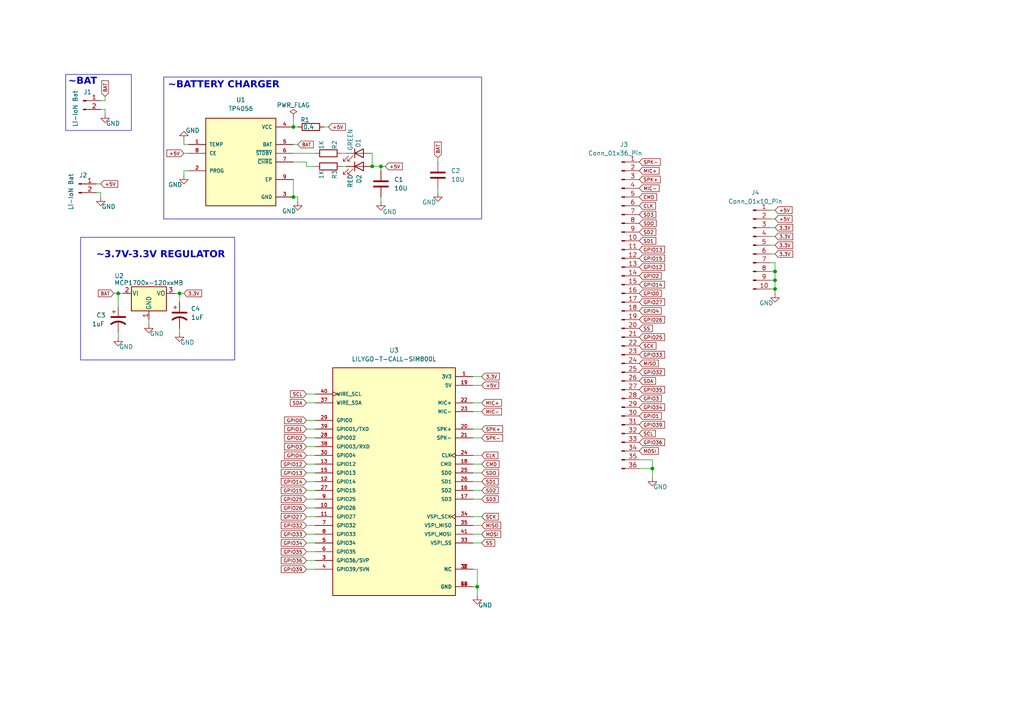
<source format=kicad_sch>
(kicad_sch (version 20230121) (generator eeschema)

  (uuid 67f31a24-7bd3-41dc-bc52-8fafb20169e5)

  (paper "A4")

  (lib_symbols
    (symbol "Connector:Conn_01x02_Pin" (pin_names (offset 1.016) hide) (in_bom yes) (on_board yes)
      (property "Reference" "J" (at 0 2.54 0)
        (effects (font (size 1.27 1.27)))
      )
      (property "Value" "Conn_01x02_Pin" (at 0 -5.08 0)
        (effects (font (size 1.27 1.27)))
      )
      (property "Footprint" "" (at 0 0 0)
        (effects (font (size 1.27 1.27)) hide)
      )
      (property "Datasheet" "~" (at 0 0 0)
        (effects (font (size 1.27 1.27)) hide)
      )
      (property "ki_locked" "" (at 0 0 0)
        (effects (font (size 1.27 1.27)))
      )
      (property "ki_keywords" "connector" (at 0 0 0)
        (effects (font (size 1.27 1.27)) hide)
      )
      (property "ki_description" "Generic connector, single row, 01x02, script generated" (at 0 0 0)
        (effects (font (size 1.27 1.27)) hide)
      )
      (property "ki_fp_filters" "Connector*:*_1x??_*" (at 0 0 0)
        (effects (font (size 1.27 1.27)) hide)
      )
      (symbol "Conn_01x02_Pin_1_1"
        (polyline
          (pts
            (xy 1.27 -2.54)
            (xy 0.8636 -2.54)
          )
          (stroke (width 0.1524) (type default))
          (fill (type none))
        )
        (polyline
          (pts
            (xy 1.27 0)
            (xy 0.8636 0)
          )
          (stroke (width 0.1524) (type default))
          (fill (type none))
        )
        (rectangle (start 0.8636 -2.413) (end 0 -2.667)
          (stroke (width 0.1524) (type default))
          (fill (type outline))
        )
        (rectangle (start 0.8636 0.127) (end 0 -0.127)
          (stroke (width 0.1524) (type default))
          (fill (type outline))
        )
        (pin passive line (at 5.08 0 180) (length 3.81)
          (name "Pin_1" (effects (font (size 1.27 1.27))))
          (number "1" (effects (font (size 1.27 1.27))))
        )
        (pin passive line (at 5.08 -2.54 180) (length 3.81)
          (name "Pin_2" (effects (font (size 1.27 1.27))))
          (number "2" (effects (font (size 1.27 1.27))))
        )
      )
    )
    (symbol "Connector:Conn_01x10_Pin" (pin_names (offset 1.016) hide) (in_bom yes) (on_board yes)
      (property "Reference" "J" (at 0 12.7 0)
        (effects (font (size 1.27 1.27)))
      )
      (property "Value" "Conn_01x10_Pin" (at 0 -15.24 0)
        (effects (font (size 1.27 1.27)))
      )
      (property "Footprint" "" (at 0 0 0)
        (effects (font (size 1.27 1.27)) hide)
      )
      (property "Datasheet" "~" (at 0 0 0)
        (effects (font (size 1.27 1.27)) hide)
      )
      (property "ki_locked" "" (at 0 0 0)
        (effects (font (size 1.27 1.27)))
      )
      (property "ki_keywords" "connector" (at 0 0 0)
        (effects (font (size 1.27 1.27)) hide)
      )
      (property "ki_description" "Generic connector, single row, 01x10, script generated" (at 0 0 0)
        (effects (font (size 1.27 1.27)) hide)
      )
      (property "ki_fp_filters" "Connector*:*_1x??_*" (at 0 0 0)
        (effects (font (size 1.27 1.27)) hide)
      )
      (symbol "Conn_01x10_Pin_1_1"
        (polyline
          (pts
            (xy 1.27 -12.7)
            (xy 0.8636 -12.7)
          )
          (stroke (width 0.1524) (type default))
          (fill (type none))
        )
        (polyline
          (pts
            (xy 1.27 -10.16)
            (xy 0.8636 -10.16)
          )
          (stroke (width 0.1524) (type default))
          (fill (type none))
        )
        (polyline
          (pts
            (xy 1.27 -7.62)
            (xy 0.8636 -7.62)
          )
          (stroke (width 0.1524) (type default))
          (fill (type none))
        )
        (polyline
          (pts
            (xy 1.27 -5.08)
            (xy 0.8636 -5.08)
          )
          (stroke (width 0.1524) (type default))
          (fill (type none))
        )
        (polyline
          (pts
            (xy 1.27 -2.54)
            (xy 0.8636 -2.54)
          )
          (stroke (width 0.1524) (type default))
          (fill (type none))
        )
        (polyline
          (pts
            (xy 1.27 0)
            (xy 0.8636 0)
          )
          (stroke (width 0.1524) (type default))
          (fill (type none))
        )
        (polyline
          (pts
            (xy 1.27 2.54)
            (xy 0.8636 2.54)
          )
          (stroke (width 0.1524) (type default))
          (fill (type none))
        )
        (polyline
          (pts
            (xy 1.27 5.08)
            (xy 0.8636 5.08)
          )
          (stroke (width 0.1524) (type default))
          (fill (type none))
        )
        (polyline
          (pts
            (xy 1.27 7.62)
            (xy 0.8636 7.62)
          )
          (stroke (width 0.1524) (type default))
          (fill (type none))
        )
        (polyline
          (pts
            (xy 1.27 10.16)
            (xy 0.8636 10.16)
          )
          (stroke (width 0.1524) (type default))
          (fill (type none))
        )
        (rectangle (start 0.8636 -12.573) (end 0 -12.827)
          (stroke (width 0.1524) (type default))
          (fill (type outline))
        )
        (rectangle (start 0.8636 -10.033) (end 0 -10.287)
          (stroke (width 0.1524) (type default))
          (fill (type outline))
        )
        (rectangle (start 0.8636 -7.493) (end 0 -7.747)
          (stroke (width 0.1524) (type default))
          (fill (type outline))
        )
        (rectangle (start 0.8636 -4.953) (end 0 -5.207)
          (stroke (width 0.1524) (type default))
          (fill (type outline))
        )
        (rectangle (start 0.8636 -2.413) (end 0 -2.667)
          (stroke (width 0.1524) (type default))
          (fill (type outline))
        )
        (rectangle (start 0.8636 0.127) (end 0 -0.127)
          (stroke (width 0.1524) (type default))
          (fill (type outline))
        )
        (rectangle (start 0.8636 2.667) (end 0 2.413)
          (stroke (width 0.1524) (type default))
          (fill (type outline))
        )
        (rectangle (start 0.8636 5.207) (end 0 4.953)
          (stroke (width 0.1524) (type default))
          (fill (type outline))
        )
        (rectangle (start 0.8636 7.747) (end 0 7.493)
          (stroke (width 0.1524) (type default))
          (fill (type outline))
        )
        (rectangle (start 0.8636 10.287) (end 0 10.033)
          (stroke (width 0.1524) (type default))
          (fill (type outline))
        )
        (pin passive line (at 5.08 10.16 180) (length 3.81)
          (name "Pin_1" (effects (font (size 1.27 1.27))))
          (number "1" (effects (font (size 1.27 1.27))))
        )
        (pin passive line (at 5.08 -12.7 180) (length 3.81)
          (name "Pin_10" (effects (font (size 1.27 1.27))))
          (number "10" (effects (font (size 1.27 1.27))))
        )
        (pin passive line (at 5.08 7.62 180) (length 3.81)
          (name "Pin_2" (effects (font (size 1.27 1.27))))
          (number "2" (effects (font (size 1.27 1.27))))
        )
        (pin passive line (at 5.08 5.08 180) (length 3.81)
          (name "Pin_3" (effects (font (size 1.27 1.27))))
          (number "3" (effects (font (size 1.27 1.27))))
        )
        (pin passive line (at 5.08 2.54 180) (length 3.81)
          (name "Pin_4" (effects (font (size 1.27 1.27))))
          (number "4" (effects (font (size 1.27 1.27))))
        )
        (pin passive line (at 5.08 0 180) (length 3.81)
          (name "Pin_5" (effects (font (size 1.27 1.27))))
          (number "5" (effects (font (size 1.27 1.27))))
        )
        (pin passive line (at 5.08 -2.54 180) (length 3.81)
          (name "Pin_6" (effects (font (size 1.27 1.27))))
          (number "6" (effects (font (size 1.27 1.27))))
        )
        (pin passive line (at 5.08 -5.08 180) (length 3.81)
          (name "Pin_7" (effects (font (size 1.27 1.27))))
          (number "7" (effects (font (size 1.27 1.27))))
        )
        (pin passive line (at 5.08 -7.62 180) (length 3.81)
          (name "Pin_8" (effects (font (size 1.27 1.27))))
          (number "8" (effects (font (size 1.27 1.27))))
        )
        (pin passive line (at 5.08 -10.16 180) (length 3.81)
          (name "Pin_9" (effects (font (size 1.27 1.27))))
          (number "9" (effects (font (size 1.27 1.27))))
        )
      )
    )
    (symbol "Connector:Conn_01x36_Pin" (pin_names (offset 1.016) hide) (in_bom yes) (on_board yes)
      (property "Reference" "J" (at 0 45.72 0)
        (effects (font (size 1.27 1.27)))
      )
      (property "Value" "Conn_01x36_Pin" (at 0 -48.26 0)
        (effects (font (size 1.27 1.27)))
      )
      (property "Footprint" "" (at 0 0 0)
        (effects (font (size 1.27 1.27)) hide)
      )
      (property "Datasheet" "~" (at 0 0 0)
        (effects (font (size 1.27 1.27)) hide)
      )
      (property "ki_locked" "" (at 0 0 0)
        (effects (font (size 1.27 1.27)))
      )
      (property "ki_keywords" "connector" (at 0 0 0)
        (effects (font (size 1.27 1.27)) hide)
      )
      (property "ki_description" "Generic connector, single row, 01x36, script generated" (at 0 0 0)
        (effects (font (size 1.27 1.27)) hide)
      )
      (property "ki_fp_filters" "Connector*:*_1x??_*" (at 0 0 0)
        (effects (font (size 1.27 1.27)) hide)
      )
      (symbol "Conn_01x36_Pin_1_1"
        (polyline
          (pts
            (xy 1.27 -45.72)
            (xy 0.8636 -45.72)
          )
          (stroke (width 0.1524) (type default))
          (fill (type none))
        )
        (polyline
          (pts
            (xy 1.27 -43.18)
            (xy 0.8636 -43.18)
          )
          (stroke (width 0.1524) (type default))
          (fill (type none))
        )
        (polyline
          (pts
            (xy 1.27 -40.64)
            (xy 0.8636 -40.64)
          )
          (stroke (width 0.1524) (type default))
          (fill (type none))
        )
        (polyline
          (pts
            (xy 1.27 -38.1)
            (xy 0.8636 -38.1)
          )
          (stroke (width 0.1524) (type default))
          (fill (type none))
        )
        (polyline
          (pts
            (xy 1.27 -35.56)
            (xy 0.8636 -35.56)
          )
          (stroke (width 0.1524) (type default))
          (fill (type none))
        )
        (polyline
          (pts
            (xy 1.27 -33.02)
            (xy 0.8636 -33.02)
          )
          (stroke (width 0.1524) (type default))
          (fill (type none))
        )
        (polyline
          (pts
            (xy 1.27 -30.48)
            (xy 0.8636 -30.48)
          )
          (stroke (width 0.1524) (type default))
          (fill (type none))
        )
        (polyline
          (pts
            (xy 1.27 -27.94)
            (xy 0.8636 -27.94)
          )
          (stroke (width 0.1524) (type default))
          (fill (type none))
        )
        (polyline
          (pts
            (xy 1.27 -25.4)
            (xy 0.8636 -25.4)
          )
          (stroke (width 0.1524) (type default))
          (fill (type none))
        )
        (polyline
          (pts
            (xy 1.27 -22.86)
            (xy 0.8636 -22.86)
          )
          (stroke (width 0.1524) (type default))
          (fill (type none))
        )
        (polyline
          (pts
            (xy 1.27 -20.32)
            (xy 0.8636 -20.32)
          )
          (stroke (width 0.1524) (type default))
          (fill (type none))
        )
        (polyline
          (pts
            (xy 1.27 -17.78)
            (xy 0.8636 -17.78)
          )
          (stroke (width 0.1524) (type default))
          (fill (type none))
        )
        (polyline
          (pts
            (xy 1.27 -15.24)
            (xy 0.8636 -15.24)
          )
          (stroke (width 0.1524) (type default))
          (fill (type none))
        )
        (polyline
          (pts
            (xy 1.27 -12.7)
            (xy 0.8636 -12.7)
          )
          (stroke (width 0.1524) (type default))
          (fill (type none))
        )
        (polyline
          (pts
            (xy 1.27 -10.16)
            (xy 0.8636 -10.16)
          )
          (stroke (width 0.1524) (type default))
          (fill (type none))
        )
        (polyline
          (pts
            (xy 1.27 -7.62)
            (xy 0.8636 -7.62)
          )
          (stroke (width 0.1524) (type default))
          (fill (type none))
        )
        (polyline
          (pts
            (xy 1.27 -5.08)
            (xy 0.8636 -5.08)
          )
          (stroke (width 0.1524) (type default))
          (fill (type none))
        )
        (polyline
          (pts
            (xy 1.27 -2.54)
            (xy 0.8636 -2.54)
          )
          (stroke (width 0.1524) (type default))
          (fill (type none))
        )
        (polyline
          (pts
            (xy 1.27 0)
            (xy 0.8636 0)
          )
          (stroke (width 0.1524) (type default))
          (fill (type none))
        )
        (polyline
          (pts
            (xy 1.27 2.54)
            (xy 0.8636 2.54)
          )
          (stroke (width 0.1524) (type default))
          (fill (type none))
        )
        (polyline
          (pts
            (xy 1.27 5.08)
            (xy 0.8636 5.08)
          )
          (stroke (width 0.1524) (type default))
          (fill (type none))
        )
        (polyline
          (pts
            (xy 1.27 7.62)
            (xy 0.8636 7.62)
          )
          (stroke (width 0.1524) (type default))
          (fill (type none))
        )
        (polyline
          (pts
            (xy 1.27 10.16)
            (xy 0.8636 10.16)
          )
          (stroke (width 0.1524) (type default))
          (fill (type none))
        )
        (polyline
          (pts
            (xy 1.27 12.7)
            (xy 0.8636 12.7)
          )
          (stroke (width 0.1524) (type default))
          (fill (type none))
        )
        (polyline
          (pts
            (xy 1.27 15.24)
            (xy 0.8636 15.24)
          )
          (stroke (width 0.1524) (type default))
          (fill (type none))
        )
        (polyline
          (pts
            (xy 1.27 17.78)
            (xy 0.8636 17.78)
          )
          (stroke (width 0.1524) (type default))
          (fill (type none))
        )
        (polyline
          (pts
            (xy 1.27 20.32)
            (xy 0.8636 20.32)
          )
          (stroke (width 0.1524) (type default))
          (fill (type none))
        )
        (polyline
          (pts
            (xy 1.27 22.86)
            (xy 0.8636 22.86)
          )
          (stroke (width 0.1524) (type default))
          (fill (type none))
        )
        (polyline
          (pts
            (xy 1.27 25.4)
            (xy 0.8636 25.4)
          )
          (stroke (width 0.1524) (type default))
          (fill (type none))
        )
        (polyline
          (pts
            (xy 1.27 27.94)
            (xy 0.8636 27.94)
          )
          (stroke (width 0.1524) (type default))
          (fill (type none))
        )
        (polyline
          (pts
            (xy 1.27 30.48)
            (xy 0.8636 30.48)
          )
          (stroke (width 0.1524) (type default))
          (fill (type none))
        )
        (polyline
          (pts
            (xy 1.27 33.02)
            (xy 0.8636 33.02)
          )
          (stroke (width 0.1524) (type default))
          (fill (type none))
        )
        (polyline
          (pts
            (xy 1.27 35.56)
            (xy 0.8636 35.56)
          )
          (stroke (width 0.1524) (type default))
          (fill (type none))
        )
        (polyline
          (pts
            (xy 1.27 38.1)
            (xy 0.8636 38.1)
          )
          (stroke (width 0.1524) (type default))
          (fill (type none))
        )
        (polyline
          (pts
            (xy 1.27 40.64)
            (xy 0.8636 40.64)
          )
          (stroke (width 0.1524) (type default))
          (fill (type none))
        )
        (polyline
          (pts
            (xy 1.27 43.18)
            (xy 0.8636 43.18)
          )
          (stroke (width 0.1524) (type default))
          (fill (type none))
        )
        (rectangle (start 0.8636 -45.593) (end 0 -45.847)
          (stroke (width 0.1524) (type default))
          (fill (type outline))
        )
        (rectangle (start 0.8636 -43.053) (end 0 -43.307)
          (stroke (width 0.1524) (type default))
          (fill (type outline))
        )
        (rectangle (start 0.8636 -40.513) (end 0 -40.767)
          (stroke (width 0.1524) (type default))
          (fill (type outline))
        )
        (rectangle (start 0.8636 -37.973) (end 0 -38.227)
          (stroke (width 0.1524) (type default))
          (fill (type outline))
        )
        (rectangle (start 0.8636 -35.433) (end 0 -35.687)
          (stroke (width 0.1524) (type default))
          (fill (type outline))
        )
        (rectangle (start 0.8636 -32.893) (end 0 -33.147)
          (stroke (width 0.1524) (type default))
          (fill (type outline))
        )
        (rectangle (start 0.8636 -30.353) (end 0 -30.607)
          (stroke (width 0.1524) (type default))
          (fill (type outline))
        )
        (rectangle (start 0.8636 -27.813) (end 0 -28.067)
          (stroke (width 0.1524) (type default))
          (fill (type outline))
        )
        (rectangle (start 0.8636 -25.273) (end 0 -25.527)
          (stroke (width 0.1524) (type default))
          (fill (type outline))
        )
        (rectangle (start 0.8636 -22.733) (end 0 -22.987)
          (stroke (width 0.1524) (type default))
          (fill (type outline))
        )
        (rectangle (start 0.8636 -20.193) (end 0 -20.447)
          (stroke (width 0.1524) (type default))
          (fill (type outline))
        )
        (rectangle (start 0.8636 -17.653) (end 0 -17.907)
          (stroke (width 0.1524) (type default))
          (fill (type outline))
        )
        (rectangle (start 0.8636 -15.113) (end 0 -15.367)
          (stroke (width 0.1524) (type default))
          (fill (type outline))
        )
        (rectangle (start 0.8636 -12.573) (end 0 -12.827)
          (stroke (width 0.1524) (type default))
          (fill (type outline))
        )
        (rectangle (start 0.8636 -10.033) (end 0 -10.287)
          (stroke (width 0.1524) (type default))
          (fill (type outline))
        )
        (rectangle (start 0.8636 -7.493) (end 0 -7.747)
          (stroke (width 0.1524) (type default))
          (fill (type outline))
        )
        (rectangle (start 0.8636 -4.953) (end 0 -5.207)
          (stroke (width 0.1524) (type default))
          (fill (type outline))
        )
        (rectangle (start 0.8636 -2.413) (end 0 -2.667)
          (stroke (width 0.1524) (type default))
          (fill (type outline))
        )
        (rectangle (start 0.8636 0.127) (end 0 -0.127)
          (stroke (width 0.1524) (type default))
          (fill (type outline))
        )
        (rectangle (start 0.8636 2.667) (end 0 2.413)
          (stroke (width 0.1524) (type default))
          (fill (type outline))
        )
        (rectangle (start 0.8636 5.207) (end 0 4.953)
          (stroke (width 0.1524) (type default))
          (fill (type outline))
        )
        (rectangle (start 0.8636 7.747) (end 0 7.493)
          (stroke (width 0.1524) (type default))
          (fill (type outline))
        )
        (rectangle (start 0.8636 10.287) (end 0 10.033)
          (stroke (width 0.1524) (type default))
          (fill (type outline))
        )
        (rectangle (start 0.8636 12.827) (end 0 12.573)
          (stroke (width 0.1524) (type default))
          (fill (type outline))
        )
        (rectangle (start 0.8636 15.367) (end 0 15.113)
          (stroke (width 0.1524) (type default))
          (fill (type outline))
        )
        (rectangle (start 0.8636 17.907) (end 0 17.653)
          (stroke (width 0.1524) (type default))
          (fill (type outline))
        )
        (rectangle (start 0.8636 20.447) (end 0 20.193)
          (stroke (width 0.1524) (type default))
          (fill (type outline))
        )
        (rectangle (start 0.8636 22.987) (end 0 22.733)
          (stroke (width 0.1524) (type default))
          (fill (type outline))
        )
        (rectangle (start 0.8636 25.527) (end 0 25.273)
          (stroke (width 0.1524) (type default))
          (fill (type outline))
        )
        (rectangle (start 0.8636 28.067) (end 0 27.813)
          (stroke (width 0.1524) (type default))
          (fill (type outline))
        )
        (rectangle (start 0.8636 30.607) (end 0 30.353)
          (stroke (width 0.1524) (type default))
          (fill (type outline))
        )
        (rectangle (start 0.8636 33.147) (end 0 32.893)
          (stroke (width 0.1524) (type default))
          (fill (type outline))
        )
        (rectangle (start 0.8636 35.687) (end 0 35.433)
          (stroke (width 0.1524) (type default))
          (fill (type outline))
        )
        (rectangle (start 0.8636 38.227) (end 0 37.973)
          (stroke (width 0.1524) (type default))
          (fill (type outline))
        )
        (rectangle (start 0.8636 40.767) (end 0 40.513)
          (stroke (width 0.1524) (type default))
          (fill (type outline))
        )
        (rectangle (start 0.8636 43.307) (end 0 43.053)
          (stroke (width 0.1524) (type default))
          (fill (type outline))
        )
        (pin passive line (at 5.08 43.18 180) (length 3.81)
          (name "Pin_1" (effects (font (size 1.27 1.27))))
          (number "1" (effects (font (size 1.27 1.27))))
        )
        (pin passive line (at 5.08 20.32 180) (length 3.81)
          (name "Pin_10" (effects (font (size 1.27 1.27))))
          (number "10" (effects (font (size 1.27 1.27))))
        )
        (pin passive line (at 5.08 17.78 180) (length 3.81)
          (name "Pin_11" (effects (font (size 1.27 1.27))))
          (number "11" (effects (font (size 1.27 1.27))))
        )
        (pin passive line (at 5.08 15.24 180) (length 3.81)
          (name "Pin_12" (effects (font (size 1.27 1.27))))
          (number "12" (effects (font (size 1.27 1.27))))
        )
        (pin passive line (at 5.08 12.7 180) (length 3.81)
          (name "Pin_13" (effects (font (size 1.27 1.27))))
          (number "13" (effects (font (size 1.27 1.27))))
        )
        (pin passive line (at 5.08 10.16 180) (length 3.81)
          (name "Pin_14" (effects (font (size 1.27 1.27))))
          (number "14" (effects (font (size 1.27 1.27))))
        )
        (pin passive line (at 5.08 7.62 180) (length 3.81)
          (name "Pin_15" (effects (font (size 1.27 1.27))))
          (number "15" (effects (font (size 1.27 1.27))))
        )
        (pin passive line (at 5.08 5.08 180) (length 3.81)
          (name "Pin_16" (effects (font (size 1.27 1.27))))
          (number "16" (effects (font (size 1.27 1.27))))
        )
        (pin passive line (at 5.08 2.54 180) (length 3.81)
          (name "Pin_17" (effects (font (size 1.27 1.27))))
          (number "17" (effects (font (size 1.27 1.27))))
        )
        (pin passive line (at 5.08 0 180) (length 3.81)
          (name "Pin_18" (effects (font (size 1.27 1.27))))
          (number "18" (effects (font (size 1.27 1.27))))
        )
        (pin passive line (at 5.08 -2.54 180) (length 3.81)
          (name "Pin_19" (effects (font (size 1.27 1.27))))
          (number "19" (effects (font (size 1.27 1.27))))
        )
        (pin passive line (at 5.08 40.64 180) (length 3.81)
          (name "Pin_2" (effects (font (size 1.27 1.27))))
          (number "2" (effects (font (size 1.27 1.27))))
        )
        (pin passive line (at 5.08 -5.08 180) (length 3.81)
          (name "Pin_20" (effects (font (size 1.27 1.27))))
          (number "20" (effects (font (size 1.27 1.27))))
        )
        (pin passive line (at 5.08 -7.62 180) (length 3.81)
          (name "Pin_21" (effects (font (size 1.27 1.27))))
          (number "21" (effects (font (size 1.27 1.27))))
        )
        (pin passive line (at 5.08 -10.16 180) (length 3.81)
          (name "Pin_22" (effects (font (size 1.27 1.27))))
          (number "22" (effects (font (size 1.27 1.27))))
        )
        (pin passive line (at 5.08 -12.7 180) (length 3.81)
          (name "Pin_23" (effects (font (size 1.27 1.27))))
          (number "23" (effects (font (size 1.27 1.27))))
        )
        (pin passive line (at 5.08 -15.24 180) (length 3.81)
          (name "Pin_24" (effects (font (size 1.27 1.27))))
          (number "24" (effects (font (size 1.27 1.27))))
        )
        (pin passive line (at 5.08 -17.78 180) (length 3.81)
          (name "Pin_25" (effects (font (size 1.27 1.27))))
          (number "25" (effects (font (size 1.27 1.27))))
        )
        (pin passive line (at 5.08 -20.32 180) (length 3.81)
          (name "Pin_26" (effects (font (size 1.27 1.27))))
          (number "26" (effects (font (size 1.27 1.27))))
        )
        (pin passive line (at 5.08 -22.86 180) (length 3.81)
          (name "Pin_27" (effects (font (size 1.27 1.27))))
          (number "27" (effects (font (size 1.27 1.27))))
        )
        (pin passive line (at 5.08 -25.4 180) (length 3.81)
          (name "Pin_28" (effects (font (size 1.27 1.27))))
          (number "28" (effects (font (size 1.27 1.27))))
        )
        (pin passive line (at 5.08 -27.94 180) (length 3.81)
          (name "Pin_29" (effects (font (size 1.27 1.27))))
          (number "29" (effects (font (size 1.27 1.27))))
        )
        (pin passive line (at 5.08 38.1 180) (length 3.81)
          (name "Pin_3" (effects (font (size 1.27 1.27))))
          (number "3" (effects (font (size 1.27 1.27))))
        )
        (pin passive line (at 5.08 -30.48 180) (length 3.81)
          (name "Pin_30" (effects (font (size 1.27 1.27))))
          (number "30" (effects (font (size 1.27 1.27))))
        )
        (pin passive line (at 5.08 -33.02 180) (length 3.81)
          (name "Pin_31" (effects (font (size 1.27 1.27))))
          (number "31" (effects (font (size 1.27 1.27))))
        )
        (pin passive line (at 5.08 -35.56 180) (length 3.81)
          (name "Pin_32" (effects (font (size 1.27 1.27))))
          (number "32" (effects (font (size 1.27 1.27))))
        )
        (pin passive line (at 5.08 -38.1 180) (length 3.81)
          (name "Pin_33" (effects (font (size 1.27 1.27))))
          (number "33" (effects (font (size 1.27 1.27))))
        )
        (pin passive line (at 5.08 -40.64 180) (length 3.81)
          (name "Pin_34" (effects (font (size 1.27 1.27))))
          (number "34" (effects (font (size 1.27 1.27))))
        )
        (pin passive line (at 5.08 -43.18 180) (length 3.81)
          (name "Pin_35" (effects (font (size 1.27 1.27))))
          (number "35" (effects (font (size 1.27 1.27))))
        )
        (pin passive line (at 5.08 -45.72 180) (length 3.81)
          (name "Pin_36" (effects (font (size 1.27 1.27))))
          (number "36" (effects (font (size 1.27 1.27))))
        )
        (pin passive line (at 5.08 35.56 180) (length 3.81)
          (name "Pin_4" (effects (font (size 1.27 1.27))))
          (number "4" (effects (font (size 1.27 1.27))))
        )
        (pin passive line (at 5.08 33.02 180) (length 3.81)
          (name "Pin_5" (effects (font (size 1.27 1.27))))
          (number "5" (effects (font (size 1.27 1.27))))
        )
        (pin passive line (at 5.08 30.48 180) (length 3.81)
          (name "Pin_6" (effects (font (size 1.27 1.27))))
          (number "6" (effects (font (size 1.27 1.27))))
        )
        (pin passive line (at 5.08 27.94 180) (length 3.81)
          (name "Pin_7" (effects (font (size 1.27 1.27))))
          (number "7" (effects (font (size 1.27 1.27))))
        )
        (pin passive line (at 5.08 25.4 180) (length 3.81)
          (name "Pin_8" (effects (font (size 1.27 1.27))))
          (number "8" (effects (font (size 1.27 1.27))))
        )
        (pin passive line (at 5.08 22.86 180) (length 3.81)
          (name "Pin_9" (effects (font (size 1.27 1.27))))
          (number "9" (effects (font (size 1.27 1.27))))
        )
      )
    )
    (symbol "Device:C" (pin_numbers hide) (pin_names (offset 0.254)) (in_bom yes) (on_board yes)
      (property "Reference" "C" (at 0.635 2.54 0)
        (effects (font (size 1.27 1.27)) (justify left))
      )
      (property "Value" "C" (at 0.635 -2.54 0)
        (effects (font (size 1.27 1.27)) (justify left))
      )
      (property "Footprint" "" (at 0.9652 -3.81 0)
        (effects (font (size 1.27 1.27)) hide)
      )
      (property "Datasheet" "~" (at 0 0 0)
        (effects (font (size 1.27 1.27)) hide)
      )
      (property "ki_keywords" "cap capacitor" (at 0 0 0)
        (effects (font (size 1.27 1.27)) hide)
      )
      (property "ki_description" "Unpolarized capacitor" (at 0 0 0)
        (effects (font (size 1.27 1.27)) hide)
      )
      (property "ki_fp_filters" "C_*" (at 0 0 0)
        (effects (font (size 1.27 1.27)) hide)
      )
      (symbol "C_0_1"
        (polyline
          (pts
            (xy -2.032 -0.762)
            (xy 2.032 -0.762)
          )
          (stroke (width 0.508) (type default))
          (fill (type none))
        )
        (polyline
          (pts
            (xy -2.032 0.762)
            (xy 2.032 0.762)
          )
          (stroke (width 0.508) (type default))
          (fill (type none))
        )
      )
      (symbol "C_1_1"
        (pin passive line (at 0 3.81 270) (length 2.794)
          (name "~" (effects (font (size 1.27 1.27))))
          (number "1" (effects (font (size 1.27 1.27))))
        )
        (pin passive line (at 0 -3.81 90) (length 2.794)
          (name "~" (effects (font (size 1.27 1.27))))
          (number "2" (effects (font (size 1.27 1.27))))
        )
      )
    )
    (symbol "Device:C_Polarized_US" (pin_numbers hide) (pin_names (offset 0.254) hide) (in_bom yes) (on_board yes)
      (property "Reference" "C" (at 0.635 2.54 0)
        (effects (font (size 1.27 1.27)) (justify left))
      )
      (property "Value" "C_Polarized_US" (at 0.635 -2.54 0)
        (effects (font (size 1.27 1.27)) (justify left))
      )
      (property "Footprint" "" (at 0 0 0)
        (effects (font (size 1.27 1.27)) hide)
      )
      (property "Datasheet" "~" (at 0 0 0)
        (effects (font (size 1.27 1.27)) hide)
      )
      (property "ki_keywords" "cap capacitor" (at 0 0 0)
        (effects (font (size 1.27 1.27)) hide)
      )
      (property "ki_description" "Polarized capacitor, US symbol" (at 0 0 0)
        (effects (font (size 1.27 1.27)) hide)
      )
      (property "ki_fp_filters" "CP_*" (at 0 0 0)
        (effects (font (size 1.27 1.27)) hide)
      )
      (symbol "C_Polarized_US_0_1"
        (polyline
          (pts
            (xy -2.032 0.762)
            (xy 2.032 0.762)
          )
          (stroke (width 0.508) (type default))
          (fill (type none))
        )
        (polyline
          (pts
            (xy -1.778 2.286)
            (xy -0.762 2.286)
          )
          (stroke (width 0) (type default))
          (fill (type none))
        )
        (polyline
          (pts
            (xy -1.27 1.778)
            (xy -1.27 2.794)
          )
          (stroke (width 0) (type default))
          (fill (type none))
        )
        (arc (start 2.032 -1.27) (mid 0 -0.5572) (end -2.032 -1.27)
          (stroke (width 0.508) (type default))
          (fill (type none))
        )
      )
      (symbol "C_Polarized_US_1_1"
        (pin passive line (at 0 3.81 270) (length 2.794)
          (name "~" (effects (font (size 1.27 1.27))))
          (number "1" (effects (font (size 1.27 1.27))))
        )
        (pin passive line (at 0 -3.81 90) (length 3.302)
          (name "~" (effects (font (size 1.27 1.27))))
          (number "2" (effects (font (size 1.27 1.27))))
        )
      )
    )
    (symbol "Device:LED" (pin_numbers hide) (pin_names (offset 1.016) hide) (in_bom yes) (on_board yes)
      (property "Reference" "D" (at 0 2.54 0)
        (effects (font (size 1.27 1.27)))
      )
      (property "Value" "LED" (at 0 -2.54 0)
        (effects (font (size 1.27 1.27)))
      )
      (property "Footprint" "" (at 0 0 0)
        (effects (font (size 1.27 1.27)) hide)
      )
      (property "Datasheet" "~" (at 0 0 0)
        (effects (font (size 1.27 1.27)) hide)
      )
      (property "ki_keywords" "LED diode" (at 0 0 0)
        (effects (font (size 1.27 1.27)) hide)
      )
      (property "ki_description" "Light emitting diode" (at 0 0 0)
        (effects (font (size 1.27 1.27)) hide)
      )
      (property "ki_fp_filters" "LED* LED_SMD:* LED_THT:*" (at 0 0 0)
        (effects (font (size 1.27 1.27)) hide)
      )
      (symbol "LED_0_1"
        (polyline
          (pts
            (xy -1.27 -1.27)
            (xy -1.27 1.27)
          )
          (stroke (width 0.254) (type default))
          (fill (type none))
        )
        (polyline
          (pts
            (xy -1.27 0)
            (xy 1.27 0)
          )
          (stroke (width 0) (type default))
          (fill (type none))
        )
        (polyline
          (pts
            (xy 1.27 -1.27)
            (xy 1.27 1.27)
            (xy -1.27 0)
            (xy 1.27 -1.27)
          )
          (stroke (width 0.254) (type default))
          (fill (type none))
        )
        (polyline
          (pts
            (xy -3.048 -0.762)
            (xy -4.572 -2.286)
            (xy -3.81 -2.286)
            (xy -4.572 -2.286)
            (xy -4.572 -1.524)
          )
          (stroke (width 0) (type default))
          (fill (type none))
        )
        (polyline
          (pts
            (xy -1.778 -0.762)
            (xy -3.302 -2.286)
            (xy -2.54 -2.286)
            (xy -3.302 -2.286)
            (xy -3.302 -1.524)
          )
          (stroke (width 0) (type default))
          (fill (type none))
        )
      )
      (symbol "LED_1_1"
        (pin passive line (at -3.81 0 0) (length 2.54)
          (name "K" (effects (font (size 1.27 1.27))))
          (number "1" (effects (font (size 1.27 1.27))))
        )
        (pin passive line (at 3.81 0 180) (length 2.54)
          (name "A" (effects (font (size 1.27 1.27))))
          (number "2" (effects (font (size 1.27 1.27))))
        )
      )
    )
    (symbol "Device:R" (pin_numbers hide) (pin_names (offset 0)) (in_bom yes) (on_board yes)
      (property "Reference" "R" (at 2.032 0 90)
        (effects (font (size 1.27 1.27)))
      )
      (property "Value" "R" (at 0 0 90)
        (effects (font (size 1.27 1.27)))
      )
      (property "Footprint" "" (at -1.778 0 90)
        (effects (font (size 1.27 1.27)) hide)
      )
      (property "Datasheet" "~" (at 0 0 0)
        (effects (font (size 1.27 1.27)) hide)
      )
      (property "ki_keywords" "R res resistor" (at 0 0 0)
        (effects (font (size 1.27 1.27)) hide)
      )
      (property "ki_description" "Resistor" (at 0 0 0)
        (effects (font (size 1.27 1.27)) hide)
      )
      (property "ki_fp_filters" "R_*" (at 0 0 0)
        (effects (font (size 1.27 1.27)) hide)
      )
      (symbol "R_0_1"
        (rectangle (start -1.016 -2.54) (end 1.016 2.54)
          (stroke (width 0.254) (type default))
          (fill (type none))
        )
      )
      (symbol "R_1_1"
        (pin passive line (at 0 3.81 270) (length 1.27)
          (name "~" (effects (font (size 1.27 1.27))))
          (number "1" (effects (font (size 1.27 1.27))))
        )
        (pin passive line (at 0 -3.81 90) (length 1.27)
          (name "~" (effects (font (size 1.27 1.27))))
          (number "2" (effects (font (size 1.27 1.27))))
        )
      )
    )
    (symbol "GLOBAL_SYMBOL:LILYGO-T-CALL-SIM800L" (pin_names (offset 1.016)) (in_bom yes) (on_board yes)
      (property "Reference" "U" (at -17.78 35.56 0)
        (effects (font (size 1.27 1.27)) (justify left top))
      )
      (property "Value" "LILYGO-T-CALL-SIM800L" (at -17.78 -35.56 0)
        (effects (font (size 1.27 1.27)) (justify left bottom))
      )
      (property "Footprint" "LILYGO-T-CALL-SIM800L:XCVR_LILYGO-T-CALL-SIM800L" (at 0 0 0)
        (effects (font (size 1.27 1.27)) (justify bottom) hide)
      )
      (property "Datasheet" "" (at 0 0 0)
        (effects (font (size 1.27 1.27)) hide)
      )
      (property "MF" "LILYGO" (at 0 0 0)
        (effects (font (size 1.27 1.27)) (justify bottom) hide)
      )
      (property "Description" "\nESP32 Wireless Module GPRS Antenna SIM Card SIM800L Module\n" (at 0 0 0)
        (effects (font (size 1.27 1.27)) (justify bottom) hide)
      )
      (property "Package" "Package" (at 0 0 0)
        (effects (font (size 1.27 1.27)) (justify bottom) hide)
      )
      (property "Price" "None" (at 0 0 0)
        (effects (font (size 1.27 1.27)) (justify bottom) hide)
      )
      (property "Check_prices" "https://www.snapeda.com/parts/LilyGo-T-Call-SIM800L/LILYGO/view-part/?ref=eda" (at 0 0 0)
        (effects (font (size 1.27 1.27)) (justify bottom) hide)
      )
      (property "STANDARD" "Manufacturer Recommendations" (at 0 0 0)
        (effects (font (size 1.27 1.27)) (justify bottom) hide)
      )
      (property "PARTREV" "N/A" (at 0 0 0)
        (effects (font (size 1.27 1.27)) (justify bottom) hide)
      )
      (property "SnapEDA_Link" "https://www.snapeda.com/parts/LilyGo-T-Call-SIM800L/LILYGO/view-part/?ref=snap" (at 0 0 0)
        (effects (font (size 1.27 1.27)) (justify bottom) hide)
      )
      (property "MP" "LilyGo-T-Call-SIM800L" (at 0 0 0)
        (effects (font (size 1.27 1.27)) (justify bottom) hide)
      )
      (property "Availability" "Not in stock" (at 0 0 0)
        (effects (font (size 1.27 1.27)) (justify bottom) hide)
      )
      (property "MANUFACTURER" "LilyGo" (at 0 0 0)
        (effects (font (size 1.27 1.27)) (justify bottom) hide)
      )
      (symbol "LILYGO-T-CALL-SIM800L_0_0"
        (rectangle (start -17.78 -33.02) (end 17.78 33.02)
          (stroke (width 0.254) (type default))
          (fill (type background))
        )
        (pin power_in line (at 22.86 30.48 180) (length 5.08)
          (name "3V3" (effects (font (size 1.016 1.016))))
          (number "1" (effects (font (size 1.016 1.016))))
        )
        (pin bidirectional line (at -22.86 -7.62 0) (length 5.08)
          (name "GPIO26" (effects (font (size 1.016 1.016))))
          (number "10" (effects (font (size 1.016 1.016))))
        )
        (pin bidirectional line (at -22.86 -10.16 0) (length 5.08)
          (name "GPIO27" (effects (font (size 1.016 1.016))))
          (number "11" (effects (font (size 1.016 1.016))))
        )
        (pin bidirectional line (at -22.86 0 0) (length 5.08)
          (name "GPIO14" (effects (font (size 1.016 1.016))))
          (number "12" (effects (font (size 1.016 1.016))))
        )
        (pin bidirectional line (at -22.86 5.08 0) (length 5.08)
          (name "GPIO12" (effects (font (size 1.016 1.016))))
          (number "13" (effects (font (size 1.016 1.016))))
        )
        (pin power_in line (at 22.86 -30.48 180) (length 5.08)
          (name "GND" (effects (font (size 1.016 1.016))))
          (number "14" (effects (font (size 1.016 1.016))))
        )
        (pin bidirectional line (at -22.86 2.54 0) (length 5.08)
          (name "GPIO13" (effects (font (size 1.016 1.016))))
          (number "15" (effects (font (size 1.016 1.016))))
        )
        (pin bidirectional line (at 22.86 -2.54 180) (length 5.08)
          (name "SD2" (effects (font (size 1.016 1.016))))
          (number "16" (effects (font (size 1.016 1.016))))
        )
        (pin bidirectional line (at 22.86 -5.08 180) (length 5.08)
          (name "SD3" (effects (font (size 1.016 1.016))))
          (number "17" (effects (font (size 1.016 1.016))))
        )
        (pin bidirectional line (at 22.86 5.08 180) (length 5.08)
          (name "CMD" (effects (font (size 1.016 1.016))))
          (number "18" (effects (font (size 1.016 1.016))))
        )
        (pin power_in line (at 22.86 27.94 180) (length 5.08)
          (name "5V" (effects (font (size 1.016 1.016))))
          (number "19" (effects (font (size 1.016 1.016))))
        )
        (pin power_in line (at 22.86 -25.4 180) (length 5.08)
          (name "NC" (effects (font (size 1.016 1.016))))
          (number "2" (effects (font (size 1.016 1.016))))
        )
        (pin power_in line (at 22.86 15.24 180) (length 5.08)
          (name "SPK+" (effects (font (size 1.016 1.016))))
          (number "20" (effects (font (size 1.016 1.016))))
        )
        (pin power_in line (at 22.86 12.7 180) (length 5.08)
          (name "SPK-" (effects (font (size 1.016 1.016))))
          (number "21" (effects (font (size 1.016 1.016))))
        )
        (pin power_in line (at 22.86 22.86 180) (length 5.08)
          (name "MIC+" (effects (font (size 1.016 1.016))))
          (number "22" (effects (font (size 1.016 1.016))))
        )
        (pin power_in line (at 22.86 20.32 180) (length 5.08)
          (name "MIC-" (effects (font (size 1.016 1.016))))
          (number "23" (effects (font (size 1.016 1.016))))
        )
        (pin input clock (at 22.86 7.62 180) (length 5.08)
          (name "CLK" (effects (font (size 1.016 1.016))))
          (number "24" (effects (font (size 1.016 1.016))))
        )
        (pin bidirectional line (at 22.86 2.54 180) (length 5.08)
          (name "SD0" (effects (font (size 1.016 1.016))))
          (number "25" (effects (font (size 1.016 1.016))))
        )
        (pin bidirectional line (at 22.86 0 180) (length 5.08)
          (name "SD1" (effects (font (size 1.016 1.016))))
          (number "26" (effects (font (size 1.016 1.016))))
        )
        (pin bidirectional line (at -22.86 -2.54 0) (length 5.08)
          (name "GPIO15" (effects (font (size 1.016 1.016))))
          (number "27" (effects (font (size 1.016 1.016))))
        )
        (pin bidirectional line (at -22.86 12.7 0) (length 5.08)
          (name "GPIO02" (effects (font (size 1.016 1.016))))
          (number "28" (effects (font (size 1.016 1.016))))
        )
        (pin bidirectional line (at -22.86 17.78 0) (length 5.08)
          (name "GPIO0" (effects (font (size 1.016 1.016))))
          (number "29" (effects (font (size 1.016 1.016))))
        )
        (pin bidirectional line (at -22.86 -22.86 0) (length 5.08)
          (name "GPIO36/SVP" (effects (font (size 1.016 1.016))))
          (number "3" (effects (font (size 1.016 1.016))))
        )
        (pin bidirectional line (at -22.86 7.62 0) (length 5.08)
          (name "GPIO04" (effects (font (size 1.016 1.016))))
          (number "30" (effects (font (size 1.016 1.016))))
        )
        (pin power_in line (at 22.86 -25.4 180) (length 5.08)
          (name "NC" (effects (font (size 1.016 1.016))))
          (number "31" (effects (font (size 1.016 1.016))))
        )
        (pin power_in line (at 22.86 -25.4 180) (length 5.08)
          (name "NC" (effects (font (size 1.016 1.016))))
          (number "32" (effects (font (size 1.016 1.016))))
        )
        (pin input line (at 22.86 -17.78 180) (length 5.08)
          (name "VSPI_SS" (effects (font (size 1.016 1.016))))
          (number "33" (effects (font (size 1.016 1.016))))
        )
        (pin input clock (at 22.86 -10.16 180) (length 5.08)
          (name "VSPI_SCK" (effects (font (size 1.016 1.016))))
          (number "34" (effects (font (size 1.016 1.016))))
        )
        (pin output line (at 22.86 -12.7 180) (length 5.08)
          (name "VSPI_MISO" (effects (font (size 1.016 1.016))))
          (number "35" (effects (font (size 1.016 1.016))))
        )
        (pin power_in line (at 22.86 -30.48 180) (length 5.08)
          (name "GND" (effects (font (size 1.016 1.016))))
          (number "36" (effects (font (size 1.016 1.016))))
        )
        (pin bidirectional line (at -22.86 22.86 0) (length 5.08)
          (name "WIRE_SDA" (effects (font (size 1.016 1.016))))
          (number "37" (effects (font (size 1.016 1.016))))
        )
        (pin bidirectional line (at -22.86 10.16 0) (length 5.08)
          (name "GPIO03/RXD" (effects (font (size 1.016 1.016))))
          (number "38" (effects (font (size 1.016 1.016))))
        )
        (pin bidirectional line (at -22.86 15.24 0) (length 5.08)
          (name "GPIO01/TXD" (effects (font (size 1.016 1.016))))
          (number "39" (effects (font (size 1.016 1.016))))
        )
        (pin bidirectional line (at -22.86 -25.4 0) (length 5.08)
          (name "GPIO39/SVN" (effects (font (size 1.016 1.016))))
          (number "4" (effects (font (size 1.016 1.016))))
        )
        (pin input clock (at -22.86 25.4 0) (length 5.08)
          (name "WIRE_SCL" (effects (font (size 1.016 1.016))))
          (number "40" (effects (font (size 1.016 1.016))))
        )
        (pin input line (at 22.86 -15.24 180) (length 5.08)
          (name "VSPI_MOSI" (effects (font (size 1.016 1.016))))
          (number "41" (effects (font (size 1.016 1.016))))
        )
        (pin power_in line (at 22.86 -30.48 180) (length 5.08)
          (name "GND" (effects (font (size 1.016 1.016))))
          (number "42" (effects (font (size 1.016 1.016))))
        )
        (pin bidirectional line (at -22.86 -17.78 0) (length 5.08)
          (name "GPIO34" (effects (font (size 1.016 1.016))))
          (number "5" (effects (font (size 1.016 1.016))))
        )
        (pin bidirectional line (at -22.86 -20.32 0) (length 5.08)
          (name "GPIO35" (effects (font (size 1.016 1.016))))
          (number "6" (effects (font (size 1.016 1.016))))
        )
        (pin bidirectional line (at -22.86 -12.7 0) (length 5.08)
          (name "GPIO32" (effects (font (size 1.016 1.016))))
          (number "7" (effects (font (size 1.016 1.016))))
        )
        (pin bidirectional line (at -22.86 -15.24 0) (length 5.08)
          (name "GPIO33" (effects (font (size 1.016 1.016))))
          (number "8" (effects (font (size 1.016 1.016))))
        )
        (pin bidirectional line (at -22.86 -5.08 0) (length 5.08)
          (name "GPIO25" (effects (font (size 1.016 1.016))))
          (number "9" (effects (font (size 1.016 1.016))))
        )
      )
    )
    (symbol "GLOBAL_SYMBOL:TP4056" (pin_names (offset 1.016)) (in_bom yes) (on_board yes)
      (property "Reference" "U4" (at 0 18.034 0)
        (effects (font (size 1.27 1.27)))
      )
      (property "Value" "TP4056" (at 0 15.494 0)
        (effects (font (size 1.27 1.27)))
      )
      (property "Footprint" "GLOBAL_FOOTPRINTS:TP4056" (at 0 0 0)
        (effects (font (size 1.27 1.27)) (justify bottom) hide)
      )
      (property "Datasheet" "" (at 0 0 0)
        (effects (font (size 1.27 1.27)) hide)
      )
      (property "MAXIMUM_PACKAGE_HEIGHT" "1.75mm" (at 0 0 0)
        (effects (font (size 1.27 1.27)) (justify bottom) hide)
      )
      (property "MF" "NanJing Top Power ASIC Corp." (at 0 0 0)
        (effects (font (size 1.27 1.27)) (justify bottom) hide)
      )
      (property "Package" "Package" (at 0 0 0)
        (effects (font (size 1.27 1.27)) (justify bottom) hide)
      )
      (property "Price" "None" (at 0 0 0)
        (effects (font (size 1.27 1.27)) (justify bottom) hide)
      )
      (property "Check_prices" "https://www.snapeda.com/parts/TP4056/NanJing+Top+Power+ASIC+Corp./view-part/?ref=eda" (at 0 0 0)
        (effects (font (size 1.27 1.27)) (justify bottom) hide)
      )
      (property "STANDARD" "IPC 7351B" (at 0 0 0)
        (effects (font (size 1.27 1.27)) (justify bottom) hide)
      )
      (property "SnapEDA_Link" "https://www.snapeda.com/parts/TP4056/NanJing+Top+Power+ASIC+Corp./view-part/?ref=snap" (at 0 0 0)
        (effects (font (size 1.27 1.27)) (justify bottom) hide)
      )
      (property "MP" "TP4056" (at 0 0 0)
        (effects (font (size 1.27 1.27)) (justify bottom) hide)
      )
      (property "Description" "\nComplete single cell Li-Ion battery with a constant current / constant voltage linear charger\n" (at 0 0 0)
        (effects (font (size 1.27 1.27)) (justify bottom) hide)
      )
      (property "Availability" "Not in stock" (at 0 0 0)
        (effects (font (size 1.27 1.27)) (justify bottom) hide)
      )
      (property "MANUFACTURER" "NanJing Top Power ASIC Corp." (at 0 0 0)
        (effects (font (size 1.27 1.27)) (justify bottom) hide)
      )
      (symbol "TP4056_0_0"
        (rectangle (start -10.16 -12.7) (end 10.16 12.7)
          (stroke (width 0.254) (type default))
          (fill (type background))
        )
        (pin input line (at -15.24 5.08 0) (length 5.08)
          (name "TEMP" (effects (font (size 1.016 1.016))))
          (number "1" (effects (font (size 1.016 1.016))))
        )
        (pin power_in line (at 15.24 -10.16 180) (length 5.08)
          (name "GND" (effects (font (size 1.016 1.016))))
          (number "3" (effects (font (size 1.016 1.016))))
        )
        (pin power_in line (at 15.24 10.16 180) (length 5.08)
          (name "VCC" (effects (font (size 1.016 1.016))))
          (number "4" (effects (font (size 1.016 1.016))))
        )
        (pin output line (at 15.24 2.54 180) (length 5.08)
          (name "~{STDBY}" (effects (font (size 1.016 1.016))))
          (number "6" (effects (font (size 1.016 1.016))))
        )
        (pin output line (at 15.24 0 180) (length 5.08)
          (name "~{CHRG}" (effects (font (size 1.016 1.016))))
          (number "7" (effects (font (size 1.016 1.016))))
        )
        (pin input line (at -15.24 2.54 0) (length 5.08)
          (name "CE" (effects (font (size 1.016 1.016))))
          (number "8" (effects (font (size 1.016 1.016))))
        )
        (pin passive line (at 15.24 -5.08 180) (length 5.08)
          (name "EP" (effects (font (size 1.016 1.016))))
          (number "9" (effects (font (size 1.016 1.016))))
        )
      )
      (symbol "TP4056_1_0"
        (pin power_in line (at -15.24 -2.54 0) (length 5.08)
          (name "PROG" (effects (font (size 1.016 1.016))))
          (number "2" (effects (font (size 1.016 1.016))))
        )
        (pin bidirectional line (at 15.24 5.08 180) (length 5.08)
          (name "BAT" (effects (font (size 1.016 1.016))))
          (number "5" (effects (font (size 1.016 1.016))))
        )
      )
    )
    (symbol "Regulator_Linear:MCP1700x-120xxMB" (pin_names (offset 0.254)) (in_bom yes) (on_board yes)
      (property "Reference" "U" (at -3.81 3.175 0)
        (effects (font (size 1.27 1.27)))
      )
      (property "Value" "MCP1700x-120xxMB" (at 0 3.175 0)
        (effects (font (size 1.27 1.27)) (justify left))
      )
      (property "Footprint" "Package_TO_SOT_SMD:SOT-89-3" (at 0 5.08 0)
        (effects (font (size 1.27 1.27)) hide)
      )
      (property "Datasheet" "http://ww1.microchip.com/downloads/en/DeviceDoc/20001826D.pdf" (at 0 -1.27 0)
        (effects (font (size 1.27 1.27)) hide)
      )
      (property "ki_keywords" "regulator linear ldo" (at 0 0 0)
        (effects (font (size 1.27 1.27)) hide)
      )
      (property "ki_description" "250mA Low Quiscent Current LDO, 1.2V output, SOT-89" (at 0 0 0)
        (effects (font (size 1.27 1.27)) hide)
      )
      (property "ki_fp_filters" "SOT?89*" (at 0 0 0)
        (effects (font (size 1.27 1.27)) hide)
      )
      (symbol "MCP1700x-120xxMB_0_1"
        (rectangle (start -5.08 -5.08) (end 5.08 1.905)
          (stroke (width 0.254) (type default))
          (fill (type background))
        )
      )
      (symbol "MCP1700x-120xxMB_1_1"
        (pin power_in line (at 0 -7.62 90) (length 2.54)
          (name "GND" (effects (font (size 1.27 1.27))))
          (number "1" (effects (font (size 1.27 1.27))))
        )
        (pin power_in line (at -7.62 0 0) (length 2.54)
          (name "VI" (effects (font (size 1.27 1.27))))
          (number "2" (effects (font (size 1.27 1.27))))
        )
        (pin power_out line (at 7.62 0 180) (length 2.54)
          (name "VO" (effects (font (size 1.27 1.27))))
          (number "3" (effects (font (size 1.27 1.27))))
        )
      )
    )
    (symbol "power:GND" (power) (pin_names (offset 0)) (in_bom yes) (on_board yes)
      (property "Reference" "#PWR" (at 0 -6.35 0)
        (effects (font (size 1.27 1.27)) hide)
      )
      (property "Value" "GND" (at 0 -3.81 0)
        (effects (font (size 1.27 1.27)))
      )
      (property "Footprint" "" (at 0 0 0)
        (effects (font (size 1.27 1.27)) hide)
      )
      (property "Datasheet" "" (at 0 0 0)
        (effects (font (size 1.27 1.27)) hide)
      )
      (property "ki_keywords" "global power" (at 0 0 0)
        (effects (font (size 1.27 1.27)) hide)
      )
      (property "ki_description" "Power symbol creates a global label with name \"GND\" , ground" (at 0 0 0)
        (effects (font (size 1.27 1.27)) hide)
      )
      (symbol "GND_0_1"
        (polyline
          (pts
            (xy 0 0)
            (xy 0 -1.27)
            (xy 1.27 -1.27)
            (xy 0 -2.54)
            (xy -1.27 -1.27)
            (xy 0 -1.27)
          )
          (stroke (width 0) (type default))
          (fill (type none))
        )
      )
      (symbol "GND_1_1"
        (pin power_in line (at 0 0 270) (length 0) hide
          (name "GND" (effects (font (size 1.27 1.27))))
          (number "1" (effects (font (size 1.27 1.27))))
        )
      )
    )
    (symbol "power:PWR_FLAG" (power) (pin_numbers hide) (pin_names (offset 0) hide) (in_bom yes) (on_board yes)
      (property "Reference" "#FLG" (at 0 1.905 0)
        (effects (font (size 1.27 1.27)) hide)
      )
      (property "Value" "PWR_FLAG" (at 0 3.81 0)
        (effects (font (size 1.27 1.27)))
      )
      (property "Footprint" "" (at 0 0 0)
        (effects (font (size 1.27 1.27)) hide)
      )
      (property "Datasheet" "~" (at 0 0 0)
        (effects (font (size 1.27 1.27)) hide)
      )
      (property "ki_keywords" "flag power" (at 0 0 0)
        (effects (font (size 1.27 1.27)) hide)
      )
      (property "ki_description" "Special symbol for telling ERC where power comes from" (at 0 0 0)
        (effects (font (size 1.27 1.27)) hide)
      )
      (symbol "PWR_FLAG_0_0"
        (pin power_out line (at 0 0 90) (length 0)
          (name "pwr" (effects (font (size 1.27 1.27))))
          (number "1" (effects (font (size 1.27 1.27))))
        )
      )
      (symbol "PWR_FLAG_0_1"
        (polyline
          (pts
            (xy 0 0)
            (xy 0 1.27)
            (xy -1.016 1.905)
            (xy 0 2.54)
            (xy 1.016 1.905)
            (xy 0 1.27)
          )
          (stroke (width 0) (type default))
          (fill (type none))
        )
      )
    )
  )

  (junction (at 110.49 48.26) (diameter 0) (color 0 0 0 0)
    (uuid 2030f9f8-6806-4082-82a4-80522d2e4ed6)
  )
  (junction (at 189.23 135.89) (diameter 0) (color 0 0 0 0)
    (uuid 278d53f4-365a-4e3a-affd-55611b677927)
  )
  (junction (at 224.79 78.74) (diameter 0) (color 0 0 0 0)
    (uuid 2eb2b5fe-7b91-4c82-b562-566ac34cd601)
  )
  (junction (at 224.79 83.82) (diameter 0) (color 0 0 0 0)
    (uuid 38b1efc2-9bdd-4729-a6db-6b1d4a642420)
  )
  (junction (at 85.09 57.15) (diameter 0) (color 0 0 0 0)
    (uuid 39015232-a422-4c81-b6b1-23878f019659)
  )
  (junction (at 85.09 36.83) (diameter 0) (color 0 0 0 0)
    (uuid 649e837e-69e8-47af-9235-ad1513d923cc)
  )
  (junction (at 52.07 85.09) (diameter 0) (color 0 0 0 0)
    (uuid 6a8533d2-2001-4ab2-a6df-4b2ab8c8ebcb)
  )
  (junction (at 224.79 81.28) (diameter 0) (color 0 0 0 0)
    (uuid ef3f7362-38f7-433c-adf5-85096fcb5cca)
  )
  (junction (at 138.43 170.18) (diameter 0) (color 0 0 0 0)
    (uuid f4174e8e-0886-4971-bdc9-98f0714d4cb4)
  )
  (junction (at 107.95 48.26) (diameter 0) (color 0 0 0 0)
    (uuid fb135b20-85ea-4458-b3b3-b92e4b030029)
  )
  (junction (at 34.29 85.09) (diameter 0) (color 0 0 0 0)
    (uuid fe8fda22-a19e-467a-858c-de55b38162b9)
  )

  (wire (pts (xy 223.52 73.66) (xy 224.79 73.66))
    (stroke (width 0) (type default))
    (uuid 01916c55-304e-4684-9407-e5414669f218)
  )
  (wire (pts (xy 88.9 160.02) (xy 91.44 160.02))
    (stroke (width 0) (type default))
    (uuid 06a90386-4dbf-485a-857f-cbe588552336)
  )
  (wire (pts (xy 88.9 46.99) (xy 88.9 48.26))
    (stroke (width 0) (type default))
    (uuid 0fde82b2-becb-4361-86e0-875f64724834)
  )
  (wire (pts (xy 138.43 170.18) (xy 137.16 170.18))
    (stroke (width 0) (type default))
    (uuid 10251407-77cb-4f53-9ded-2f52313f0cc7)
  )
  (wire (pts (xy 137.16 165.1) (xy 138.43 165.1))
    (stroke (width 0) (type default))
    (uuid 1348cbb1-48c3-4b94-a02b-5f346835681f)
  )
  (wire (pts (xy 137.16 109.22) (xy 139.7 109.22))
    (stroke (width 0) (type default))
    (uuid 13f01533-5d40-4441-9b65-d0226872757d)
  )
  (wire (pts (xy 85.09 34.29) (xy 85.09 36.83))
    (stroke (width 0) (type default))
    (uuid 162dc433-2c97-42da-9b28-134b418b70b4)
  )
  (wire (pts (xy 88.9 116.84) (xy 91.44 116.84))
    (stroke (width 0) (type default))
    (uuid 184c5ac6-363d-49ac-9989-42bc6a04bdee)
  )
  (wire (pts (xy 137.16 116.84) (xy 139.7 116.84))
    (stroke (width 0) (type default))
    (uuid 20124e5c-bd1e-42b7-a4fe-5facee7ef60a)
  )
  (wire (pts (xy 223.52 63.5) (xy 224.79 63.5))
    (stroke (width 0) (type default))
    (uuid 2083b036-c55b-4236-a87d-77471e7e2268)
  )
  (wire (pts (xy 54.61 49.53) (xy 53.34 49.53))
    (stroke (width 0) (type default))
    (uuid 21499f3a-d384-476f-9f04-84e0de948a4e)
  )
  (wire (pts (xy 88.9 124.46) (xy 91.44 124.46))
    (stroke (width 0) (type default))
    (uuid 22136b20-858b-4e6e-b54b-0e5f63019725)
  )
  (wire (pts (xy 88.9 157.48) (xy 91.44 157.48))
    (stroke (width 0) (type default))
    (uuid 2334f968-c06e-4a7b-b5e6-29e83b6784e6)
  )
  (wire (pts (xy 30.48 33.02) (xy 30.48 31.75))
    (stroke (width 0) (type default))
    (uuid 28d755d5-5919-4565-bf0d-62318759bae2)
  )
  (wire (pts (xy 88.9 48.26) (xy 91.44 48.26))
    (stroke (width 0) (type default))
    (uuid 290188cd-d68d-46f2-a2e4-97c568600d36)
  )
  (wire (pts (xy 137.16 134.62) (xy 139.7 134.62))
    (stroke (width 0) (type default))
    (uuid 2b6d2574-0eb0-495f-8393-c39c250bc4d0)
  )
  (wire (pts (xy 99.06 48.26) (xy 100.33 48.26))
    (stroke (width 0) (type default))
    (uuid 2f00703a-8b79-439d-88ff-1b05aaa5caa1)
  )
  (wire (pts (xy 88.9 121.92) (xy 91.44 121.92))
    (stroke (width 0) (type default))
    (uuid 3101e6ff-4b1e-4e80-8c63-198bf8ad1371)
  )
  (wire (pts (xy 29.21 55.88) (xy 27.94 55.88))
    (stroke (width 0) (type default))
    (uuid 325bf4e5-4123-4e70-9d3c-e8280ace155d)
  )
  (wire (pts (xy 88.9 149.86) (xy 91.44 149.86))
    (stroke (width 0) (type default))
    (uuid 35456de1-af32-47a0-87af-03f0b47d4cdb)
  )
  (wire (pts (xy 53.34 44.45) (xy 54.61 44.45))
    (stroke (width 0) (type default))
    (uuid 368102b3-4aa3-43fd-82fd-928fb47c1dfd)
  )
  (wire (pts (xy 88.9 142.24) (xy 91.44 142.24))
    (stroke (width 0) (type default))
    (uuid 36c341b0-edfb-4376-9451-d7b17f4a8566)
  )
  (wire (pts (xy 127 45.72) (xy 127 46.99))
    (stroke (width 0) (type default))
    (uuid 380c9fcb-75e5-4cc7-81b3-bafd023217ea)
  )
  (wire (pts (xy 88.9 132.08) (xy 91.44 132.08))
    (stroke (width 0) (type default))
    (uuid 38175f64-72b6-47bb-a598-65013e7476ae)
  )
  (wire (pts (xy 88.9 139.7) (xy 91.44 139.7))
    (stroke (width 0) (type default))
    (uuid 39479c8b-510e-48c7-a5e8-ef86d658ec0f)
  )
  (wire (pts (xy 30.48 31.75) (xy 29.21 31.75))
    (stroke (width 0) (type default))
    (uuid 3c82b264-37a1-4910-bf1f-f24f4facb8b1)
  )
  (wire (pts (xy 29.21 57.15) (xy 29.21 55.88))
    (stroke (width 0) (type default))
    (uuid 414d0ef9-bfcf-4634-984a-af281ed3a874)
  )
  (wire (pts (xy 52.07 85.09) (xy 52.07 87.63))
    (stroke (width 0) (type default))
    (uuid 4319a86c-e4dc-4568-9bfc-bada13bc5b0a)
  )
  (wire (pts (xy 53.34 49.53) (xy 53.34 50.8))
    (stroke (width 0) (type default))
    (uuid 4344cd67-0ca2-494a-a99e-65d88115601f)
  )
  (wire (pts (xy 137.16 124.46) (xy 139.7 124.46))
    (stroke (width 0) (type default))
    (uuid 45bc90ac-7f8c-4774-a296-c7d01da31cc2)
  )
  (wire (pts (xy 223.52 81.28) (xy 224.79 81.28))
    (stroke (width 0) (type default))
    (uuid 4a8c7e51-4adf-402b-aa32-9c4ab08db294)
  )
  (wire (pts (xy 137.16 111.76) (xy 139.7 111.76))
    (stroke (width 0) (type default))
    (uuid 4dca8c10-f1f8-4e25-8f18-1cea155c7753)
  )
  (wire (pts (xy 224.79 83.82) (xy 223.52 83.82))
    (stroke (width 0) (type default))
    (uuid 530ecc85-b730-4d14-a2bd-9dfe3ffb5542)
  )
  (wire (pts (xy 85.09 41.91) (xy 86.36 41.91))
    (stroke (width 0) (type default))
    (uuid 55047a84-32a1-4edc-9144-bd43520b0cd0)
  )
  (wire (pts (xy 223.52 66.04) (xy 224.79 66.04))
    (stroke (width 0) (type default))
    (uuid 58201444-ee7b-498e-b47d-78f97956e142)
  )
  (wire (pts (xy 53.34 41.91) (xy 54.61 41.91))
    (stroke (width 0) (type default))
    (uuid 5a73b385-8c26-45d1-8738-995e2f415d54)
  )
  (wire (pts (xy 34.29 85.09) (xy 34.29 88.9))
    (stroke (width 0) (type default))
    (uuid 5b5fa14c-427f-4b87-957f-d245c2841472)
  )
  (wire (pts (xy 50.8 85.09) (xy 52.07 85.09))
    (stroke (width 0) (type default))
    (uuid 60c5fbbf-dec0-4aa9-81d3-b6a16ba2d984)
  )
  (wire (pts (xy 85.09 36.83) (xy 86.36 36.83))
    (stroke (width 0) (type default))
    (uuid 6529cae1-0801-4902-992e-2e3f96d33062)
  )
  (wire (pts (xy 27.94 53.34) (xy 29.21 53.34))
    (stroke (width 0) (type default))
    (uuid 6645216a-3d05-41b5-b122-45ee31a85446)
  )
  (wire (pts (xy 137.16 144.78) (xy 139.7 144.78))
    (stroke (width 0) (type default))
    (uuid 67d964a3-7cad-492f-9b29-add47365997a)
  )
  (wire (pts (xy 88.9 147.32) (xy 91.44 147.32))
    (stroke (width 0) (type default))
    (uuid 7347ccf7-a983-4276-b703-0a65164253fd)
  )
  (wire (pts (xy 223.52 71.12) (xy 224.79 71.12))
    (stroke (width 0) (type default))
    (uuid 746bb19b-8d4b-4f97-99c3-2bf2385075b9)
  )
  (wire (pts (xy 127 54.61) (xy 127 55.88))
    (stroke (width 0) (type default))
    (uuid 770b44d5-3a34-40c4-81c5-1c9b54e985bc)
  )
  (wire (pts (xy 137.16 137.16) (xy 139.7 137.16))
    (stroke (width 0) (type default))
    (uuid 78e33eb5-2c92-4a4d-a705-86bd6560b70c)
  )
  (wire (pts (xy 138.43 165.1) (xy 138.43 170.18))
    (stroke (width 0) (type default))
    (uuid 7b7b4f91-f43c-4352-bab3-33f448372659)
  )
  (wire (pts (xy 110.49 48.26) (xy 110.49 49.53))
    (stroke (width 0) (type default))
    (uuid 7ff9bc71-7349-4958-895c-c68ddcc17f08)
  )
  (wire (pts (xy 137.16 119.38) (xy 139.7 119.38))
    (stroke (width 0) (type default))
    (uuid 81530af2-08dd-4663-9bb4-4dca0ccd2cd4)
  )
  (wire (pts (xy 88.9 144.78) (xy 91.44 144.78))
    (stroke (width 0) (type default))
    (uuid 8291addf-5188-4b57-ac76-d0ae39db3c96)
  )
  (wire (pts (xy 85.09 52.07) (xy 85.09 57.15))
    (stroke (width 0) (type default))
    (uuid 843bc4c6-3609-43dd-b53b-45dea038270a)
  )
  (wire (pts (xy 88.9 134.62) (xy 91.44 134.62))
    (stroke (width 0) (type default))
    (uuid 86eff617-9c35-46bd-afec-09bd09e54e87)
  )
  (wire (pts (xy 52.07 95.25) (xy 52.07 96.52))
    (stroke (width 0) (type default))
    (uuid 8b01921b-1320-4551-9807-95184bbdbd53)
  )
  (wire (pts (xy 189.23 138.43) (xy 189.23 135.89))
    (stroke (width 0) (type default))
    (uuid 935397bb-deac-4599-9e03-ba30c99d0d97)
  )
  (wire (pts (xy 223.52 76.2) (xy 224.79 76.2))
    (stroke (width 0) (type default))
    (uuid 9b351573-59af-4266-b621-624a48684dff)
  )
  (wire (pts (xy 107.95 48.26) (xy 110.49 48.26))
    (stroke (width 0) (type default))
    (uuid 9b9beaf3-9add-4dac-b460-398433d8d216)
  )
  (wire (pts (xy 185.42 135.89) (xy 189.23 135.89))
    (stroke (width 0) (type default))
    (uuid a155e8df-f341-402f-9a6e-c5374adea7d6)
  )
  (wire (pts (xy 88.9 129.54) (xy 91.44 129.54))
    (stroke (width 0) (type default))
    (uuid a2de2349-9778-44e4-b940-0e1ca0de9ca0)
  )
  (wire (pts (xy 137.16 139.7) (xy 139.7 139.7))
    (stroke (width 0) (type default))
    (uuid a345a8b1-2df1-4a07-bb77-6325786e0098)
  )
  (wire (pts (xy 34.29 96.52) (xy 34.29 97.79))
    (stroke (width 0) (type default))
    (uuid a3ccfdaa-99ad-419e-8e64-cc4464c4bcba)
  )
  (wire (pts (xy 33.02 85.09) (xy 34.29 85.09))
    (stroke (width 0) (type default))
    (uuid a5b5eef9-b0f7-429d-8884-84e391ea4e3a)
  )
  (wire (pts (xy 88.9 137.16) (xy 91.44 137.16))
    (stroke (width 0) (type default))
    (uuid a7157d32-02ee-455a-8622-eb00392e22a2)
  )
  (wire (pts (xy 137.16 157.48) (xy 139.7 157.48))
    (stroke (width 0) (type default))
    (uuid a8abba2a-6de0-4de2-b6fe-af57b64963b3)
  )
  (wire (pts (xy 224.79 81.28) (xy 224.79 83.82))
    (stroke (width 0) (type default))
    (uuid a9d86e77-4141-4919-bb82-033fd3ffb3e8)
  )
  (wire (pts (xy 86.36 58.42) (xy 86.36 57.15))
    (stroke (width 0) (type default))
    (uuid abfc8784-99ba-4f77-8264-dae6a389b48c)
  )
  (wire (pts (xy 137.16 127) (xy 139.7 127))
    (stroke (width 0) (type default))
    (uuid ae0e8895-91c2-4e37-87aa-3816ee51129e)
  )
  (wire (pts (xy 99.06 44.45) (xy 100.33 44.45))
    (stroke (width 0) (type default))
    (uuid b6209022-dd69-47fc-9597-59474dad53ba)
  )
  (wire (pts (xy 110.49 48.26) (xy 111.76 48.26))
    (stroke (width 0) (type default))
    (uuid b637f396-8235-4ec8-b372-0e5fd2b09382)
  )
  (wire (pts (xy 189.23 135.89) (xy 189.23 133.35))
    (stroke (width 0) (type default))
    (uuid b7260dec-136e-4e06-a8c3-a4d38ede0284)
  )
  (wire (pts (xy 88.9 152.4) (xy 91.44 152.4))
    (stroke (width 0) (type default))
    (uuid b75af354-8e8b-46fa-b19d-5df6eea2edf1)
  )
  (wire (pts (xy 189.23 133.35) (xy 185.42 133.35))
    (stroke (width 0) (type default))
    (uuid ba4a0111-79d8-4af0-939a-a616e8588a0b)
  )
  (wire (pts (xy 88.9 165.1) (xy 91.44 165.1))
    (stroke (width 0) (type default))
    (uuid bbf78262-2e7f-4293-9557-5c45509831a7)
  )
  (wire (pts (xy 88.9 154.94) (xy 91.44 154.94))
    (stroke (width 0) (type default))
    (uuid be7c5acc-1bf1-464e-8f7d-4b118763c36f)
  )
  (wire (pts (xy 137.16 152.4) (xy 139.7 152.4))
    (stroke (width 0) (type default))
    (uuid c05a2a61-37cf-4d07-9785-435c6f01aaa9)
  )
  (wire (pts (xy 85.09 44.45) (xy 91.44 44.45))
    (stroke (width 0) (type default))
    (uuid c30f062d-1904-429d-b975-c2920edf48ee)
  )
  (wire (pts (xy 137.16 149.86) (xy 139.7 149.86))
    (stroke (width 0) (type default))
    (uuid c4312f29-2971-4897-8585-6b3c898ec28f)
  )
  (wire (pts (xy 43.18 92.71) (xy 43.18 93.98))
    (stroke (width 0) (type default))
    (uuid c7dae519-5efb-4fc2-af49-0cb784208640)
  )
  (wire (pts (xy 93.98 36.83) (xy 95.25 36.83))
    (stroke (width 0) (type default))
    (uuid c9461377-8b50-4a31-9011-7a83db40106f)
  )
  (wire (pts (xy 223.52 78.74) (xy 224.79 78.74))
    (stroke (width 0) (type default))
    (uuid c9a613fc-b167-405b-ac7f-9c3cbd80a0ce)
  )
  (wire (pts (xy 85.09 46.99) (xy 88.9 46.99))
    (stroke (width 0) (type default))
    (uuid cae6e460-9d55-45e6-9645-e87a6d83983c)
  )
  (wire (pts (xy 53.34 40.64) (xy 53.34 41.91))
    (stroke (width 0) (type default))
    (uuid ccebe56c-4bb3-43ce-815e-c83b1667f511)
  )
  (wire (pts (xy 137.16 154.94) (xy 139.7 154.94))
    (stroke (width 0) (type default))
    (uuid d2f9b32e-2f9c-464c-939c-c82f37bf0558)
  )
  (wire (pts (xy 224.79 76.2) (xy 224.79 78.74))
    (stroke (width 0) (type default))
    (uuid d58379d2-076e-45a0-8332-4968b33ed3f8)
  )
  (wire (pts (xy 29.21 29.21) (xy 30.48 29.21))
    (stroke (width 0) (type default))
    (uuid d781e74a-e24d-4192-a4e2-e11819aa2274)
  )
  (wire (pts (xy 107.95 44.45) (xy 107.95 48.26))
    (stroke (width 0) (type default))
    (uuid d8b84c1a-1c45-4de2-b458-41589f6e4978)
  )
  (wire (pts (xy 30.48 29.21) (xy 30.48 27.94))
    (stroke (width 0) (type default))
    (uuid db6208d1-6c5b-4f16-a035-086153c14f94)
  )
  (wire (pts (xy 88.9 127) (xy 91.44 127))
    (stroke (width 0) (type default))
    (uuid dd84b3cf-b1f0-4c03-9de5-8144f6f54357)
  )
  (wire (pts (xy 88.9 114.3) (xy 91.44 114.3))
    (stroke (width 0) (type default))
    (uuid e2a2b74f-ecc9-4763-9551-8aa786c3f6aa)
  )
  (wire (pts (xy 223.52 68.58) (xy 224.79 68.58))
    (stroke (width 0) (type default))
    (uuid e32de1cc-4755-4add-8b3c-15856142cd9e)
  )
  (wire (pts (xy 88.9 162.56) (xy 91.44 162.56))
    (stroke (width 0) (type default))
    (uuid ea1c974b-8bd5-4a4d-beed-9150450bd73e)
  )
  (wire (pts (xy 138.43 172.72) (xy 138.43 170.18))
    (stroke (width 0) (type default))
    (uuid ea9ca8df-bfa9-4e13-be6f-17f038d1a367)
  )
  (wire (pts (xy 86.36 57.15) (xy 85.09 57.15))
    (stroke (width 0) (type default))
    (uuid eb897a3b-9f9a-409f-a73f-293949eb165c)
  )
  (wire (pts (xy 137.16 132.08) (xy 139.7 132.08))
    (stroke (width 0) (type default))
    (uuid edb85cd0-05ba-4892-9d90-910c575322d2)
  )
  (wire (pts (xy 224.79 85.09) (xy 224.79 83.82))
    (stroke (width 0) (type default))
    (uuid efad45a4-65df-4af3-88ce-99c4adef8b3d)
  )
  (wire (pts (xy 137.16 142.24) (xy 139.7 142.24))
    (stroke (width 0) (type default))
    (uuid f52536ae-686a-48e0-b2e7-729936917340)
  )
  (wire (pts (xy 34.29 85.09) (xy 35.56 85.09))
    (stroke (width 0) (type default))
    (uuid f703e093-221b-4666-a3fb-c3b665bb5e49)
  )
  (wire (pts (xy 110.49 57.15) (xy 110.49 58.42))
    (stroke (width 0) (type default))
    (uuid f867dc88-85b9-4a6a-9153-ac68ad1dc2c0)
  )
  (wire (pts (xy 223.52 60.96) (xy 224.79 60.96))
    (stroke (width 0) (type default))
    (uuid faa7f795-4d10-4aa0-ae77-c16e6d249786)
  )
  (wire (pts (xy 224.79 78.74) (xy 224.79 81.28))
    (stroke (width 0) (type default))
    (uuid faca8011-2083-4fcb-90b5-87598efdc253)
  )
  (wire (pts (xy 52.07 85.09) (xy 53.34 85.09))
    (stroke (width 0) (type default))
    (uuid fe97afdb-2445-4e3b-90af-bd2bc4953c71)
  )

  (rectangle (start 19.05 21.59) (end 38.1 37.846)
    (stroke (width 0) (type default))
    (fill (type none))
    (uuid 9dd23a22-1aa1-4b40-9305-31adfb19b7c9)
  )
  (rectangle (start 23.368 68.834) (end 68.072 104.394)
    (stroke (width 0) (type default))
    (fill (type none))
    (uuid 9eda43f1-2092-4982-a256-7b7241c81fbd)
  )
  (rectangle (start 47.498 22.352) (end 139.7 63.5)
    (stroke (width 0) (type default))
    (fill (type none))
    (uuid cce3198a-2ea0-4252-9eb4-66dc8fdb33c8)
  )

  (text "~3.7V-3.3V REGULATOR\n" (at 27.94 75.692 0)
    (effects (font (face "Arial") (size 2 2) (thickness 0.254) bold) (justify left bottom))
    (uuid b9d8c2a2-afc2-46be-9156-baad9d657cbc)
  )
  (text "~BATTERY CHARGER" (at 48.768 26.416 0)
    (effects (font (face "Arial") (size 2 2) (thickness 0.254) bold) (justify left bottom))
    (uuid c74bbb7a-e45f-4af0-8e56-e8c5f6edeb08)
  )
  (text "~BAT\n" (at 19.812 25.4 0)
    (effects (font (face "Arial") (size 2 2) (thickness 0.254) bold) (justify left bottom))
    (uuid cc4dd981-b1c3-44f5-be47-005e92c6c966)
  )

  (global_label "SD3" (shape input) (at 185.42 62.23 0) (fields_autoplaced)
    (effects (font (size 1 1)) (justify left))
    (uuid 0112369a-2faa-4865-bbab-2cefb608e17d)
    (property "Intersheetrefs" "${INTERSHEET_REFS}" (at 190.6751 62.23 0)
      (effects (font (size 1.27 1.27)) (justify left) hide)
    )
  )
  (global_label "SPK+" (shape input) (at 139.7 124.46 0) (fields_autoplaced)
    (effects (font (size 1 1)) (justify left))
    (uuid 07808430-9171-47d1-88df-8c0b236bb61e)
    (property "Intersheetrefs" "${INTERSHEET_REFS}" (at 146.2408 124.46 0)
      (effects (font (size 1.27 1.27)) (justify left) hide)
    )
  )
  (global_label "GPIO27" (shape input) (at 88.9 149.86 180) (fields_autoplaced)
    (effects (font (size 1 1)) (justify right))
    (uuid 0c596006-1b68-4327-b99d-a1ce63487770)
    (property "Intersheetrefs" "${INTERSHEET_REFS}" (at 81.1211 149.86 0)
      (effects (font (size 1.27 1.27)) (justify right) hide)
    )
  )
  (global_label "+5V" (shape input) (at 53.34 44.45 180) (fields_autoplaced)
    (effects (font (size 1 1)) (justify right))
    (uuid 22c2b426-864f-4dbf-ab78-74d4381d1a89)
    (property "Intersheetrefs" "${INTERSHEET_REFS}" (at 47.9421 44.45 0)
      (effects (font (size 1.27 1.27)) (justify right) hide)
    )
  )
  (global_label "BAT" (shape input) (at 33.02 85.09 180) (fields_autoplaced)
    (effects (font (size 1 1)) (justify right))
    (uuid 25b06ddf-60a2-4a53-85b3-f72b9c34773a)
    (property "Intersheetrefs" "${INTERSHEET_REFS}" (at 28.0507 85.09 0)
      (effects (font (size 1.27 1.27)) (justify right) hide)
    )
  )
  (global_label "GPIO25" (shape input) (at 185.42 97.79 0) (fields_autoplaced)
    (effects (font (size 1 1)) (justify left))
    (uuid 25b709b5-0208-48d5-b1dc-d5616b09e9f9)
    (property "Intersheetrefs" "${INTERSHEET_REFS}" (at 193.1989 97.79 0)
      (effects (font (size 1.27 1.27)) (justify left) hide)
    )
  )
  (global_label "3.3V" (shape input) (at 224.79 68.58 0) (fields_autoplaced)
    (effects (font (size 1 1)) (justify left))
    (uuid 2ab2e483-576f-4829-832c-0e7b507b1c75)
    (property "Intersheetrefs" "${INTERSHEET_REFS}" (at 230.3784 68.58 0)
      (effects (font (size 1.27 1.27)) (justify left) hide)
    )
  )
  (global_label "GPIO3" (shape input) (at 88.9 129.54 180) (fields_autoplaced)
    (effects (font (size 1 1)) (justify right))
    (uuid 2ab928c5-dd72-41dd-9919-b8b613ca5116)
    (property "Intersheetrefs" "${INTERSHEET_REFS}" (at 82.0735 129.54 0)
      (effects (font (size 1.27 1.27)) (justify right) hide)
    )
  )
  (global_label "SCK" (shape input) (at 185.42 100.33 0) (fields_autoplaced)
    (effects (font (size 1 1)) (justify left))
    (uuid 2d3b4e88-3a2b-4d47-8c0c-cecf86fa839d)
    (property "Intersheetrefs" "${INTERSHEET_REFS}" (at 190.7227 100.33 0)
      (effects (font (size 1.27 1.27)) (justify left) hide)
    )
  )
  (global_label "GPIO35" (shape input) (at 185.42 113.03 0) (fields_autoplaced)
    (effects (font (size 1 1)) (justify left))
    (uuid 2dd56f50-4a93-4713-b09f-9876631ea57b)
    (property "Intersheetrefs" "${INTERSHEET_REFS}" (at 193.1989 113.03 0)
      (effects (font (size 1.27 1.27)) (justify left) hide)
    )
  )
  (global_label "GPIO36" (shape input) (at 88.9 162.56 180) (fields_autoplaced)
    (effects (font (size 1 1)) (justify right))
    (uuid 2f526f10-163d-4a64-bd16-2a78499530ab)
    (property "Intersheetrefs" "${INTERSHEET_REFS}" (at 81.1211 162.56 0)
      (effects (font (size 1.27 1.27)) (justify right) hide)
    )
  )
  (global_label "MIC+" (shape input) (at 185.42 49.53 0) (fields_autoplaced)
    (effects (font (size 1 1)) (justify left))
    (uuid 38c06c3f-7040-4366-8cf1-8483fc32e096)
    (property "Intersheetrefs" "${INTERSHEET_REFS}" (at 191.6275 49.53 0)
      (effects (font (size 1.27 1.27)) (justify left) hide)
    )
  )
  (global_label "CLK" (shape input) (at 139.7 132.08 0) (fields_autoplaced)
    (effects (font (size 1 1)) (justify left))
    (uuid 397957b9-2cb8-401d-ac54-b4d93b3e5357)
    (property "Intersheetrefs" "${INTERSHEET_REFS}" (at 144.8598 132.08 0)
      (effects (font (size 1.27 1.27)) (justify left) hide)
    )
  )
  (global_label "MIC-" (shape input) (at 185.42 54.61 0) (fields_autoplaced)
    (effects (font (size 1 1)) (justify left))
    (uuid 39d0053f-747d-4fda-bab7-c81307dcbf8e)
    (property "Intersheetrefs" "${INTERSHEET_REFS}" (at 191.6275 54.61 0)
      (effects (font (size 1.27 1.27)) (justify left) hide)
    )
  )
  (global_label "GPIO0" (shape input) (at 88.9 121.92 180) (fields_autoplaced)
    (effects (font (size 1 1)) (justify right))
    (uuid 43ab612a-ffdb-4f05-a494-ca748c5547a7)
    (property "Intersheetrefs" "${INTERSHEET_REFS}" (at 82.0735 121.92 0)
      (effects (font (size 1.27 1.27)) (justify right) hide)
    )
  )
  (global_label "GPIO15" (shape input) (at 185.42 74.93 0) (fields_autoplaced)
    (effects (font (size 1 1)) (justify left))
    (uuid 444b4bbc-02b2-4d3f-b768-e964b9f13b92)
    (property "Intersheetrefs" "${INTERSHEET_REFS}" (at 193.1989 74.93 0)
      (effects (font (size 1.27 1.27)) (justify left) hide)
    )
  )
  (global_label "GPIO36" (shape input) (at 185.42 128.27 0) (fields_autoplaced)
    (effects (font (size 1 1)) (justify left))
    (uuid 46b247d4-d2b5-4cde-ad93-8a4445164dfa)
    (property "Intersheetrefs" "${INTERSHEET_REFS}" (at 193.1989 128.27 0)
      (effects (font (size 1.27 1.27)) (justify left) hide)
    )
  )
  (global_label "GPIO33" (shape input) (at 88.9 154.94 180) (fields_autoplaced)
    (effects (font (size 1 1)) (justify right))
    (uuid 4f64f17a-45e3-49ed-bc31-ae3d231e3c53)
    (property "Intersheetrefs" "${INTERSHEET_REFS}" (at 81.1211 154.94 0)
      (effects (font (size 1.27 1.27)) (justify right) hide)
    )
  )
  (global_label "+5V" (shape input) (at 224.79 63.5 0) (fields_autoplaced)
    (effects (font (size 1 1)) (justify left))
    (uuid 5a23b78e-2033-4810-9676-fdca83a04ab3)
    (property "Intersheetrefs" "${INTERSHEET_REFS}" (at 230.1879 63.5 0)
      (effects (font (size 1.27 1.27)) (justify left) hide)
    )
  )
  (global_label "MIC-" (shape input) (at 139.7 119.38 0) (fields_autoplaced)
    (effects (font (size 1 1)) (justify left))
    (uuid 5bfc4a1b-e09f-4942-b5d4-8e26f8520eef)
    (property "Intersheetrefs" "${INTERSHEET_REFS}" (at 145.9075 119.38 0)
      (effects (font (size 1.27 1.27)) (justify left) hide)
    )
  )
  (global_label "GPIO12" (shape input) (at 88.9 134.62 180) (fields_autoplaced)
    (effects (font (size 1 1)) (justify right))
    (uuid 5caedaa8-6f05-4b9e-b25d-d25f03bb27ec)
    (property "Intersheetrefs" "${INTERSHEET_REFS}" (at 81.1211 134.62 0)
      (effects (font (size 1.27 1.27)) (justify right) hide)
    )
  )
  (global_label "GPIO39" (shape input) (at 88.9 165.1 180) (fields_autoplaced)
    (effects (font (size 1 1)) (justify right))
    (uuid 5d7bcc73-f64b-49ad-9362-b3f5424c09e7)
    (property "Intersheetrefs" "${INTERSHEET_REFS}" (at 81.1211 165.1 0)
      (effects (font (size 1.27 1.27)) (justify right) hide)
    )
  )
  (global_label "3.3V" (shape input) (at 53.34 85.09 0) (fields_autoplaced)
    (effects (font (size 1 1)) (justify left))
    (uuid 5f35f658-0c35-4671-afb1-e53b0215b19a)
    (property "Intersheetrefs" "${INTERSHEET_REFS}" (at 58.9284 85.09 0)
      (effects (font (size 1.27 1.27)) (justify left) hide)
    )
  )
  (global_label "CMD" (shape input) (at 139.7 134.62 0) (fields_autoplaced)
    (effects (font (size 1 1)) (justify left))
    (uuid 6154e8b1-71db-4454-97d9-9d4c2e6c9807)
    (property "Intersheetrefs" "${INTERSHEET_REFS}" (at 145.1932 134.62 0)
      (effects (font (size 1.27 1.27)) (justify left) hide)
    )
  )
  (global_label "BAT" (shape input) (at 127 45.72 90) (fields_autoplaced)
    (effects (font (size 1 1)) (justify left))
    (uuid 6185fbc3-e3c4-49b1-8d8e-e61bc86f3c85)
    (property "Intersheetrefs" "${INTERSHEET_REFS}" (at 127 40.7507 90)
      (effects (font (size 1.27 1.27)) (justify left) hide)
    )
  )
  (global_label "SDO" (shape input) (at 185.42 64.77 0) (fields_autoplaced)
    (effects (font (size 1 1)) (justify left))
    (uuid 61b89721-96b2-424e-a3de-ccbd4c7ed570)
    (property "Intersheetrefs" "${INTERSHEET_REFS}" (at 190.7703 64.77 0)
      (effects (font (size 1.27 1.27)) (justify left) hide)
    )
  )
  (global_label "SPK+" (shape input) (at 185.42 52.07 0) (fields_autoplaced)
    (effects (font (size 1 1)) (justify left))
    (uuid 66d25791-e4ae-469a-b98a-d47255f968f4)
    (property "Intersheetrefs" "${INTERSHEET_REFS}" (at 191.9608 52.07 0)
      (effects (font (size 1.27 1.27)) (justify left) hide)
    )
  )
  (global_label "GPIO13" (shape input) (at 88.9 137.16 180) (fields_autoplaced)
    (effects (font (size 1 1)) (justify right))
    (uuid 67efadfd-34bb-4f99-a7ad-cd30427607ec)
    (property "Intersheetrefs" "${INTERSHEET_REFS}" (at 81.1211 137.16 0)
      (effects (font (size 1.27 1.27)) (justify right) hide)
    )
  )
  (global_label "SD1" (shape input) (at 139.7 139.7 0) (fields_autoplaced)
    (effects (font (size 1 1)) (justify left))
    (uuid 683acc81-8067-4007-83db-f25f88cb6c63)
    (property "Intersheetrefs" "${INTERSHEET_REFS}" (at 144.9551 139.7 0)
      (effects (font (size 1.27 1.27)) (justify left) hide)
    )
  )
  (global_label "+5V" (shape input) (at 95.25 36.83 0) (fields_autoplaced)
    (effects (font (size 1 1)) (justify left))
    (uuid 6b38f725-2d6d-44f7-bd94-eb1e8c54bb5f)
    (property "Intersheetrefs" "${INTERSHEET_REFS}" (at 100.6479 36.83 0)
      (effects (font (size 1.27 1.27)) (justify left) hide)
    )
  )
  (global_label "GPIO27" (shape input) (at 185.42 87.63 0) (fields_autoplaced)
    (effects (font (size 1 1)) (justify left))
    (uuid 6bb118f9-ed0d-40d7-8a98-9ac6bb152baa)
    (property "Intersheetrefs" "${INTERSHEET_REFS}" (at 193.1989 87.63 0)
      (effects (font (size 1.27 1.27)) (justify left) hide)
    )
  )
  (global_label "3.3V" (shape input) (at 224.79 71.12 0) (fields_autoplaced)
    (effects (font (size 1 1)) (justify left))
    (uuid 7059fe71-9962-4e3e-a450-e6a1751a697c)
    (property "Intersheetrefs" "${INTERSHEET_REFS}" (at 230.3784 71.12 0)
      (effects (font (size 1.27 1.27)) (justify left) hide)
    )
  )
  (global_label "GPIO2" (shape input) (at 185.42 80.01 0) (fields_autoplaced)
    (effects (font (size 1 1)) (justify left))
    (uuid 800d53b6-f58c-4fbd-9e55-9cdd9b1c4179)
    (property "Intersheetrefs" "${INTERSHEET_REFS}" (at 192.2465 80.01 0)
      (effects (font (size 1.27 1.27)) (justify left) hide)
    )
  )
  (global_label "SCL" (shape input) (at 185.42 125.73 0) (fields_autoplaced)
    (effects (font (size 1 1)) (justify left))
    (uuid 85c2927e-9f2b-4ca0-ae6a-925a923717b4)
    (property "Intersheetrefs" "${INTERSHEET_REFS}" (at 190.5322 125.73 0)
      (effects (font (size 1.27 1.27)) (justify left) hide)
    )
  )
  (global_label "GPIO0" (shape input) (at 185.42 85.09 0) (fields_autoplaced)
    (effects (font (size 1 1)) (justify left))
    (uuid 89d1b4a2-fe41-4904-82cf-b2c220aca3fa)
    (property "Intersheetrefs" "${INTERSHEET_REFS}" (at 192.2465 85.09 0)
      (effects (font (size 1.27 1.27)) (justify left) hide)
    )
  )
  (global_label "SCK" (shape input) (at 139.7 149.86 0) (fields_autoplaced)
    (effects (font (size 1 1)) (justify left))
    (uuid 914e641c-4817-45bd-a5ae-31c6ae5a962e)
    (property "Intersheetrefs" "${INTERSHEET_REFS}" (at 145.0027 149.86 0)
      (effects (font (size 1.27 1.27)) (justify left) hide)
    )
  )
  (global_label "CLK" (shape input) (at 185.42 59.69 0) (fields_autoplaced)
    (effects (font (size 1 1)) (justify left))
    (uuid 957d9829-3d3c-4479-9275-34153f8c8039)
    (property "Intersheetrefs" "${INTERSHEET_REFS}" (at 190.5798 59.69 0)
      (effects (font (size 1.27 1.27)) (justify left) hide)
    )
  )
  (global_label "SDO" (shape input) (at 139.7 137.16 0) (fields_autoplaced)
    (effects (font (size 1 1)) (justify left))
    (uuid 9690fdaf-2f1d-45f4-9976-0ca0c413c353)
    (property "Intersheetrefs" "${INTERSHEET_REFS}" (at 145.0503 137.16 0)
      (effects (font (size 1.27 1.27)) (justify left) hide)
    )
  )
  (global_label "CMD" (shape input) (at 185.42 57.15 0) (fields_autoplaced)
    (effects (font (size 1 1)) (justify left))
    (uuid 97a53a48-4769-432f-a95f-abb5a87ef9e5)
    (property "Intersheetrefs" "${INTERSHEET_REFS}" (at 190.9132 57.15 0)
      (effects (font (size 1.27 1.27)) (justify left) hide)
    )
  )
  (global_label "SDA" (shape input) (at 88.9 116.84 180) (fields_autoplaced)
    (effects (font (size 1 1)) (justify right))
    (uuid 998daf06-6d27-40c8-9205-6c15897ec452)
    (property "Intersheetrefs" "${INTERSHEET_REFS}" (at 83.7402 116.84 0)
      (effects (font (size 1.27 1.27)) (justify right) hide)
    )
  )
  (global_label "GPIO1" (shape input) (at 88.9 124.46 180) (fields_autoplaced)
    (effects (font (size 1 1)) (justify right))
    (uuid 9c3ac96a-bd2c-49d3-b064-08a5323c5907)
    (property "Intersheetrefs" "${INTERSHEET_REFS}" (at 82.0735 124.46 0)
      (effects (font (size 1.27 1.27)) (justify right) hide)
    )
  )
  (global_label "SD1" (shape input) (at 185.42 69.85 0) (fields_autoplaced)
    (effects (font (size 1 1)) (justify left))
    (uuid 9c5e51c9-fbf2-4c69-915c-82310bc7b183)
    (property "Intersheetrefs" "${INTERSHEET_REFS}" (at 190.6751 69.85 0)
      (effects (font (size 1.27 1.27)) (justify left) hide)
    )
  )
  (global_label "GPIO32" (shape input) (at 88.9 152.4 180) (fields_autoplaced)
    (effects (font (size 1 1)) (justify right))
    (uuid 9f0f0268-11e5-4cc3-9362-8c8cf88df063)
    (property "Intersheetrefs" "${INTERSHEET_REFS}" (at 81.1211 152.4 0)
      (effects (font (size 1.27 1.27)) (justify right) hide)
    )
  )
  (global_label "SD2" (shape input) (at 185.42 67.31 0) (fields_autoplaced)
    (effects (font (size 1 1)) (justify left))
    (uuid 9f2b1e33-0d8a-4992-991a-b475e364818a)
    (property "Intersheetrefs" "${INTERSHEET_REFS}" (at 190.6751 67.31 0)
      (effects (font (size 1.27 1.27)) (justify left) hide)
    )
  )
  (global_label "GPIO32" (shape input) (at 185.42 107.95 0) (fields_autoplaced)
    (effects (font (size 1 1)) (justify left))
    (uuid 9f78d7fd-bafc-446d-8e97-56481d8ec91f)
    (property "Intersheetrefs" "${INTERSHEET_REFS}" (at 193.1989 107.95 0)
      (effects (font (size 1.27 1.27)) (justify left) hide)
    )
  )
  (global_label "GPIO15" (shape input) (at 88.9 142.24 180) (fields_autoplaced)
    (effects (font (size 1 1)) (justify right))
    (uuid ab4f0c9d-8db4-49dc-a8bd-3ad9f3ac7d49)
    (property "Intersheetrefs" "${INTERSHEET_REFS}" (at 81.1211 142.24 0)
      (effects (font (size 1.27 1.27)) (justify right) hide)
    )
  )
  (global_label "GPIO1" (shape input) (at 185.42 120.65 0) (fields_autoplaced)
    (effects (font (size 1 1)) (justify left))
    (uuid ac10dc58-1f1e-4356-84fa-c0d7518e3094)
    (property "Intersheetrefs" "${INTERSHEET_REFS}" (at 192.2465 120.65 0)
      (effects (font (size 1.27 1.27)) (justify left) hide)
    )
  )
  (global_label "GPIO26" (shape input) (at 88.9 147.32 180) (fields_autoplaced)
    (effects (font (size 1 1)) (justify right))
    (uuid afa27053-a9b7-4242-932f-9da5a5d176e6)
    (property "Intersheetrefs" "${INTERSHEET_REFS}" (at 81.1211 147.32 0)
      (effects (font (size 1.27 1.27)) (justify right) hide)
    )
  )
  (global_label "3.3V" (shape input) (at 224.79 66.04 0) (fields_autoplaced)
    (effects (font (size 1 1)) (justify left))
    (uuid afccba50-cf82-4e1a-af23-be03f993c505)
    (property "Intersheetrefs" "${INTERSHEET_REFS}" (at 230.3784 66.04 0)
      (effects (font (size 1.27 1.27)) (justify left) hide)
    )
  )
  (global_label "SD3" (shape input) (at 139.7 144.78 0) (fields_autoplaced)
    (effects (font (size 1 1)) (justify left))
    (uuid b5a5ae3b-bab9-4c15-a6bb-0c247b38292c)
    (property "Intersheetrefs" "${INTERSHEET_REFS}" (at 144.9551 144.78 0)
      (effects (font (size 1.27 1.27)) (justify left) hide)
    )
  )
  (global_label "MOSI" (shape input) (at 139.7 154.94 0) (fields_autoplaced)
    (effects (font (size 1 1)) (justify left))
    (uuid b6db54a1-01f6-45cc-9d4e-a204aceb8118)
    (property "Intersheetrefs" "${INTERSHEET_REFS}" (at 145.6694 154.94 0)
      (effects (font (size 1.27 1.27)) (justify left) hide)
    )
  )
  (global_label "GPIO14" (shape input) (at 185.42 82.55 0) (fields_autoplaced)
    (effects (font (size 1 1)) (justify left))
    (uuid b77003ef-09b8-4322-b61d-c4888a342d94)
    (property "Intersheetrefs" "${INTERSHEET_REFS}" (at 193.1989 82.55 0)
      (effects (font (size 1.27 1.27)) (justify left) hide)
    )
  )
  (global_label "MIC+" (shape input) (at 139.7 116.84 0) (fields_autoplaced)
    (effects (font (size 1 1)) (justify left))
    (uuid b8d0759c-20c3-4385-8ba8-48d79122ad36)
    (property "Intersheetrefs" "${INTERSHEET_REFS}" (at 145.9075 116.84 0)
      (effects (font (size 1.27 1.27)) (justify left) hide)
    )
  )
  (global_label "+5V" (shape input) (at 29.21 53.34 0) (fields_autoplaced)
    (effects (font (size 1 1)) (justify left))
    (uuid b8f5aea4-d989-46d3-9592-57e4dfa0a187)
    (property "Intersheetrefs" "${INTERSHEET_REFS}" (at 34.6079 53.34 0)
      (effects (font (size 1.27 1.27)) (justify left) hide)
    )
  )
  (global_label "BAT" (shape input) (at 30.48 27.94 90) (fields_autoplaced)
    (effects (font (size 1 1)) (justify left))
    (uuid c15bd0a1-5c7f-47b7-8be7-46a5d1eab4d8)
    (property "Intersheetrefs" "${INTERSHEET_REFS}" (at 30.48 22.9707 90)
      (effects (font (size 1.27 1.27)) (justify left) hide)
    )
  )
  (global_label "GPIO14" (shape input) (at 88.9 139.7 180) (fields_autoplaced)
    (effects (font (size 1 1)) (justify right))
    (uuid c4124975-7d1a-4a1a-9925-b720097f76d3)
    (property "Intersheetrefs" "${INTERSHEET_REFS}" (at 81.1211 139.7 0)
      (effects (font (size 1.27 1.27)) (justify right) hide)
    )
  )
  (global_label "GPIO34" (shape input) (at 185.42 118.11 0) (fields_autoplaced)
    (effects (font (size 1 1)) (justify left))
    (uuid c551c27c-0666-4a04-87cd-911f2a4590e5)
    (property "Intersheetrefs" "${INTERSHEET_REFS}" (at 193.1989 118.11 0)
      (effects (font (size 1.27 1.27)) (justify left) hide)
    )
  )
  (global_label "+5V" (shape input) (at 111.76 48.26 0) (fields_autoplaced)
    (effects (font (size 1 1)) (justify left))
    (uuid c5a9a5be-cd51-4d4f-a3ba-6475f80db38f)
    (property "Intersheetrefs" "${INTERSHEET_REFS}" (at 117.1579 48.26 0)
      (effects (font (size 1.27 1.27)) (justify left) hide)
    )
  )
  (global_label "MISO" (shape input) (at 139.7 152.4 0) (fields_autoplaced)
    (effects (font (size 1 1)) (justify left))
    (uuid c94fce6b-a549-4b24-a61e-ab9f02793119)
    (property "Intersheetrefs" "${INTERSHEET_REFS}" (at 145.6694 152.4 0)
      (effects (font (size 1.27 1.27)) (justify left) hide)
    )
  )
  (global_label "MISO" (shape input) (at 185.42 105.41 0) (fields_autoplaced)
    (effects (font (size 1 1)) (justify left))
    (uuid ca842f32-60ee-430b-bced-7fccec840894)
    (property "Intersheetrefs" "${INTERSHEET_REFS}" (at 191.3894 105.41 0)
      (effects (font (size 1.27 1.27)) (justify left) hide)
    )
  )
  (global_label "SCL" (shape input) (at 88.9 114.3 180) (fields_autoplaced)
    (effects (font (size 1 1)) (justify right))
    (uuid ccf3827a-b652-4406-9c46-0895c37d21d8)
    (property "Intersheetrefs" "${INTERSHEET_REFS}" (at 83.7878 114.3 0)
      (effects (font (size 1.27 1.27)) (justify right) hide)
    )
  )
  (global_label "GPIO4" (shape input) (at 88.9 132.08 180) (fields_autoplaced)
    (effects (font (size 1 1)) (justify right))
    (uuid cda80618-9b5b-4fd7-928d-7df8d021442c)
    (property "Intersheetrefs" "${INTERSHEET_REFS}" (at 82.0735 132.08 0)
      (effects (font (size 1.27 1.27)) (justify right) hide)
    )
  )
  (global_label "+5V" (shape input) (at 224.79 60.96 0) (fields_autoplaced)
    (effects (font (size 1 1)) (justify left))
    (uuid d11adc49-31e5-4f98-9033-fe9f5ff51ed5)
    (property "Intersheetrefs" "${INTERSHEET_REFS}" (at 230.1879 60.96 0)
      (effects (font (size 1.27 1.27)) (justify left) hide)
    )
  )
  (global_label "SS" (shape input) (at 139.7 157.48 0) (fields_autoplaced)
    (effects (font (size 1 1)) (justify left))
    (uuid d46f349b-1258-4943-8d5f-5ab1e44eef66)
    (property "Intersheetrefs" "${INTERSHEET_REFS}" (at 143.9551 157.48 0)
      (effects (font (size 1.27 1.27)) (justify left) hide)
    )
  )
  (global_label "GPIO12" (shape input) (at 185.42 77.47 0) (fields_autoplaced)
    (effects (font (size 1 1)) (justify left))
    (uuid dba519d4-056b-48a8-927b-da79dc0b7d4d)
    (property "Intersheetrefs" "${INTERSHEET_REFS}" (at 193.1989 77.47 0)
      (effects (font (size 1.27 1.27)) (justify left) hide)
    )
  )
  (global_label "GPIO3" (shape input) (at 185.42 115.57 0) (fields_autoplaced)
    (effects (font (size 1 1)) (justify left))
    (uuid dc3b3dc2-f614-4d97-b35b-8cec95b43d1c)
    (property "Intersheetrefs" "${INTERSHEET_REFS}" (at 192.2465 115.57 0)
      (effects (font (size 1.27 1.27)) (justify left) hide)
    )
  )
  (global_label "GPIO2" (shape input) (at 88.9 127 180) (fields_autoplaced)
    (effects (font (size 1 1)) (justify right))
    (uuid dd279a95-ee96-456d-a501-0f5845794bf1)
    (property "Intersheetrefs" "${INTERSHEET_REFS}" (at 82.0735 127 0)
      (effects (font (size 1.27 1.27)) (justify right) hide)
    )
  )
  (global_label "GPIO34" (shape input) (at 88.9 157.48 180) (fields_autoplaced)
    (effects (font (size 1 1)) (justify right))
    (uuid dd61e039-cd6a-4e25-8fef-3f013aa1900b)
    (property "Intersheetrefs" "${INTERSHEET_REFS}" (at 81.1211 157.48 0)
      (effects (font (size 1.27 1.27)) (justify right) hide)
    )
  )
  (global_label "GPIO13" (shape input) (at 185.42 72.39 0) (fields_autoplaced)
    (effects (font (size 1 1)) (justify left))
    (uuid deae5ac4-9a57-4c38-aad4-b92f604fc61d)
    (property "Intersheetrefs" "${INTERSHEET_REFS}" (at 193.1989 72.39 0)
      (effects (font (size 1.27 1.27)) (justify left) hide)
    )
  )
  (global_label "SPK-" (shape input) (at 139.7 127 0) (fields_autoplaced)
    (effects (font (size 1 1)) (justify left))
    (uuid dfea605f-c87d-45a4-94a4-8d842b139d0e)
    (property "Intersheetrefs" "${INTERSHEET_REFS}" (at 146.2408 127 0)
      (effects (font (size 1.27 1.27)) (justify left) hide)
    )
  )
  (global_label "GPIO33" (shape input) (at 185.42 102.87 0) (fields_autoplaced)
    (effects (font (size 1 1)) (justify left))
    (uuid e36b9145-95b3-47c4-a908-f80968f47e50)
    (property "Intersheetrefs" "${INTERSHEET_REFS}" (at 193.1989 102.87 0)
      (effects (font (size 1.27 1.27)) (justify left) hide)
    )
  )
  (global_label "SPK-" (shape input) (at 185.42 46.99 0) (fields_autoplaced)
    (effects (font (size 1 1)) (justify left))
    (uuid e3d0ee58-910f-47b9-b3ac-4c6006872fc7)
    (property "Intersheetrefs" "${INTERSHEET_REFS}" (at 191.9608 46.99 0)
      (effects (font (size 1.27 1.27)) (justify left) hide)
    )
  )
  (global_label "+5V" (shape input) (at 139.7 111.76 0) (fields_autoplaced)
    (effects (font (size 1 1)) (justify left))
    (uuid e4ea2915-a5c8-495c-bc40-d0a11af7462c)
    (property "Intersheetrefs" "${INTERSHEET_REFS}" (at 145.0979 111.76 0)
      (effects (font (size 1.27 1.27)) (justify left) hide)
    )
  )
  (global_label "SS" (shape input) (at 185.42 95.25 0) (fields_autoplaced)
    (effects (font (size 1 1)) (justify left))
    (uuid e52bb2c9-fb5d-4cdd-b733-1b09f58a1237)
    (property "Intersheetrefs" "${INTERSHEET_REFS}" (at 189.6751 95.25 0)
      (effects (font (size 1.27 1.27)) (justify left) hide)
    )
  )
  (global_label "GPIO35" (shape input) (at 88.9 160.02 180) (fields_autoplaced)
    (effects (font (size 1 1)) (justify right))
    (uuid e53eb610-5cf4-4bbf-b087-1aba4f8153c3)
    (property "Intersheetrefs" "${INTERSHEET_REFS}" (at 81.1211 160.02 0)
      (effects (font (size 1.27 1.27)) (justify right) hide)
    )
  )
  (global_label "3.3V" (shape input) (at 139.7 109.22 0) (fields_autoplaced)
    (effects (font (size 1 1)) (justify left))
    (uuid e62cf24e-cd04-407f-abb0-65e30e4a2011)
    (property "Intersheetrefs" "${INTERSHEET_REFS}" (at 145.2884 109.22 0)
      (effects (font (size 1.27 1.27)) (justify left) hide)
    )
  )
  (global_label "GPIO26" (shape input) (at 185.42 92.71 0) (fields_autoplaced)
    (effects (font (size 1 1)) (justify left))
    (uuid e794bbc4-a8e2-48c2-9e60-8edc7cb9aacc)
    (property "Intersheetrefs" "${INTERSHEET_REFS}" (at 193.1989 92.71 0)
      (effects (font (size 1.27 1.27)) (justify left) hide)
    )
  )
  (global_label "GPIO4" (shape input) (at 185.42 90.17 0) (fields_autoplaced)
    (effects (font (size 1 1)) (justify left))
    (uuid e8f48277-ec13-4c8e-af97-5f98f727dd38)
    (property "Intersheetrefs" "${INTERSHEET_REFS}" (at 192.2465 90.17 0)
      (effects (font (size 1.27 1.27)) (justify left) hide)
    )
  )
  (global_label "GPIO39" (shape input) (at 185.42 123.19 0) (fields_autoplaced)
    (effects (font (size 1 1)) (justify left))
    (uuid e9a3f172-949d-4607-8aa6-8d4eead1bf95)
    (property "Intersheetrefs" "${INTERSHEET_REFS}" (at 193.1989 123.19 0)
      (effects (font (size 1.27 1.27)) (justify left) hide)
    )
  )
  (global_label "BAT" (shape input) (at 86.36 41.91 0) (fields_autoplaced)
    (effects (font (size 1 1)) (justify left))
    (uuid ede83106-4f86-4fa8-aba3-dfcac087225d)
    (property "Intersheetrefs" "${INTERSHEET_REFS}" (at 91.3293 41.91 0)
      (effects (font (size 1.27 1.27)) (justify left) hide)
    )
  )
  (global_label "3.3V" (shape input) (at 224.79 73.66 0) (fields_autoplaced)
    (effects (font (size 1 1)) (justify left))
    (uuid f0ff510a-98a2-48b0-9f91-d11bc9a72333)
    (property "Intersheetrefs" "${INTERSHEET_REFS}" (at 230.3784 73.66 0)
      (effects (font (size 1.27 1.27)) (justify left) hide)
    )
  )
  (global_label "GPIO25" (shape input) (at 88.9 144.78 180) (fields_autoplaced)
    (effects (font (size 1 1)) (justify right))
    (uuid f798757e-ec77-4cbe-8d64-792b638c1dfc)
    (property "Intersheetrefs" "${INTERSHEET_REFS}" (at 81.1211 144.78 0)
      (effects (font (size 1.27 1.27)) (justify right) hide)
    )
  )
  (global_label "SD2" (shape input) (at 139.7 142.24 0) (fields_autoplaced)
    (effects (font (size 1 1)) (justify left))
    (uuid fac216ce-d8d6-4791-a64c-143e8e2dfd2e)
    (property "Intersheetrefs" "${INTERSHEET_REFS}" (at 144.9551 142.24 0)
      (effects (font (size 1.27 1.27)) (justify left) hide)
    )
  )
  (global_label "MOSI" (shape input) (at 185.42 130.81 0) (fields_autoplaced)
    (effects (font (size 1 1)) (justify left))
    (uuid fcd38ad3-676f-40cb-a651-d3f83e40ec86)
    (property "Intersheetrefs" "${INTERSHEET_REFS}" (at 191.3894 130.81 0)
      (effects (font (size 1.27 1.27)) (justify left) hide)
    )
  )
  (global_label "SDA" (shape input) (at 185.42 110.49 0) (fields_autoplaced)
    (effects (font (size 1 1)) (justify left))
    (uuid fd9d386e-1900-44af-83f9-171923b43c0e)
    (property "Intersheetrefs" "${INTERSHEET_REFS}" (at 190.5798 110.49 0)
      (effects (font (size 1.27 1.27)) (justify left) hide)
    )
  )

  (symbol (lib_id "GLOBAL_SYMBOL:LILYGO-T-CALL-SIM800L") (at 114.3 139.7 0) (unit 1)
    (in_bom yes) (on_board yes) (dnp no) (fields_autoplaced)
    (uuid 023609b6-c0f2-4032-be01-68bf39ae284e)
    (property "Reference" "U3" (at 114.3 101.6 0)
      (effects (font (size 1.27 1.27)))
    )
    (property "Value" "LILYGO-T-CALL-SIM800L" (at 114.3 104.14 0)
      (effects (font (size 1.27 1.27)))
    )
    (property "Footprint" "GLOBAL_FOOTPRINTS:LILYGO-T-CALL-SIM800L" (at 114.3 139.7 0)
      (effects (font (size 1.27 1.27)) (justify bottom) hide)
    )
    (property "Datasheet" "" (at 114.3 139.7 0)
      (effects (font (size 1.27 1.27)) hide)
    )
    (property "MF" "LILYGO" (at 114.3 139.7 0)
      (effects (font (size 1.27 1.27)) (justify bottom) hide)
    )
    (property "Description" "\nESP32 Wireless Module GPRS Antenna SIM Card SIM800L Module\n" (at 114.3 139.7 0)
      (effects (font (size 1.27 1.27)) (justify bottom) hide)
    )
    (property "Package" "Package" (at 114.3 139.7 0)
      (effects (font (size 1.27 1.27)) (justify bottom) hide)
    )
    (property "Price" "None" (at 114.3 139.7 0)
      (effects (font (size 1.27 1.27)) (justify bottom) hide)
    )
    (property "Check_prices" "https://www.snapeda.com/parts/LilyGo-T-Call-SIM800L/LILYGO/view-part/?ref=eda" (at 114.3 139.7 0)
      (effects (font (size 1.27 1.27)) (justify bottom) hide)
    )
    (property "STANDARD" "Manufacturer Recommendations" (at 114.3 139.7 0)
      (effects (font (size 1.27 1.27)) (justify bottom) hide)
    )
    (property "PARTREV" "N/A" (at 114.3 139.7 0)
      (effects (font (size 1.27 1.27)) (justify bottom) hide)
    )
    (property "SnapEDA_Link" "https://www.snapeda.com/parts/LilyGo-T-Call-SIM800L/LILYGO/view-part/?ref=snap" (at 114.3 139.7 0)
      (effects (font (size 1.27 1.27)) (justify bottom) hide)
    )
    (property "MP" "LilyGo-T-Call-SIM800L" (at 114.3 139.7 0)
      (effects (font (size 1.27 1.27)) (justify bottom) hide)
    )
    (property "Availability" "Not in stock" (at 114.3 139.7 0)
      (effects (font (size 1.27 1.27)) (justify bottom) hide)
    )
    (property "MANUFACTURER" "LilyGo" (at 114.3 139.7 0)
      (effects (font (size 1.27 1.27)) (justify bottom) hide)
    )
    (pin "1" (uuid 0b996884-6d59-473f-baaa-960c8fa06086))
    (pin "10" (uuid 7ab1dbc0-c1b3-45bb-9dbd-7c40017f4387))
    (pin "11" (uuid 3c9f5aa9-6e3a-4dfc-b3b2-57443c5799ec))
    (pin "12" (uuid 574f8aa5-6ca3-49c4-8bdd-5b68e2765b3f))
    (pin "13" (uuid 7ab96e3e-7153-43cc-9c80-2d7a05c57146))
    (pin "14" (uuid ef06351d-0134-465a-a18d-746f704abe9c))
    (pin "15" (uuid 7f9bd534-790d-4db6-abef-14720dbaf46f))
    (pin "16" (uuid c77800d1-43bb-4f93-9294-951f44d52b7c))
    (pin "17" (uuid 432d7de7-3222-4192-bd37-9fb78727da95))
    (pin "18" (uuid 8f60efc7-a8a8-4f3a-8185-f8648b6eeaa4))
    (pin "19" (uuid b711d7c3-ab86-417f-a422-1c3baf2139ac))
    (pin "2" (uuid 7f5a377f-6c51-425e-b27e-0ff614dc968b))
    (pin "20" (uuid 94be1cb6-8740-4e5e-a52c-8d4e7525394a))
    (pin "21" (uuid 63074097-b3c8-4ca0-9e9c-804901cc7a45))
    (pin "22" (uuid 1bc43401-4c61-404a-a5ee-e994998b4e45))
    (pin "23" (uuid e870fbed-4e59-4b74-9ff7-227655b039fc))
    (pin "24" (uuid 931c329c-f91b-4dd0-bcf3-ff502c2191cf))
    (pin "25" (uuid cafdedc2-5f7d-4eaa-9d60-bcdd2efc4c4f))
    (pin "26" (uuid dacc2ff8-1208-40eb-bfb1-4728f51ae4c9))
    (pin "27" (uuid 1ae7c92c-5b8b-441e-9607-580176d44c1b))
    (pin "28" (uuid ac3f5466-e852-49f7-bab0-435e6844e51f))
    (pin "29" (uuid 06075b24-4536-4d42-a78b-d779ec8bbc8c))
    (pin "3" (uuid e593fb46-30fc-4e4b-9295-059be762206d))
    (pin "30" (uuid cb1fb4d6-dade-4b8a-b7a5-747e24682a90))
    (pin "31" (uuid 63f0477c-b558-402d-a2b6-691a916cb280))
    (pin "32" (uuid 3fc5efdc-be67-4a86-8dbd-47f4efcff439))
    (pin "33" (uuid 2adf74e5-b5bc-48e0-a024-f9fa10974e2a))
    (pin "34" (uuid 434ff95e-9f44-4b21-8549-86908b435975))
    (pin "35" (uuid a730bf8a-89b9-4719-aa70-93305ad31a78))
    (pin "36" (uuid 51a7feb3-d67f-434a-a831-b117de08b6cd))
    (pin "37" (uuid 89aa55ad-f287-4e75-bd32-363fa965856b))
    (pin "38" (uuid 5d479f70-030d-4558-b411-f952c96bcdd9))
    (pin "39" (uuid 60c42e34-4a78-4e84-a4de-f0e47ea67be3))
    (pin "4" (uuid 47286748-675e-4d9e-86a3-309667d3ff9c))
    (pin "40" (uuid 2c0c5b76-7915-4466-86b8-c09c87a64106))
    (pin "41" (uuid f18e8451-7cf2-441c-94c4-457c1d621a01))
    (pin "42" (uuid f0eeded3-a0e8-40ae-ad6a-fb58e805288a))
    (pin "5" (uuid 5521cde7-8489-41ac-bd74-83980d28dfea))
    (pin "6" (uuid 93bf7615-325a-47a5-adb5-dcc4e1edd70e))
    (pin "7" (uuid e62253f2-374c-4fed-a795-89f950d69725))
    (pin "8" (uuid a137053b-942e-4006-be10-46ed380602e2))
    (pin "9" (uuid 7fe98108-2883-48ab-b620-bde6f4dd5b75))
    (instances
      (project "PCB"
        (path "/67f31a24-7bd3-41dc-bc52-8fafb20169e5"
          (reference "U3") (unit 1)
        )
      )
    )
  )

  (symbol (lib_id "power:GND") (at 29.21 57.15 0) (unit 1)
    (in_bom yes) (on_board yes) (dnp no)
    (uuid 069524ea-e24b-4bef-b34c-1ffc52e9352b)
    (property "Reference" "#PWR015" (at 29.21 63.5 0)
      (effects (font (size 1.27 1.27)) hide)
    )
    (property "Value" "GND" (at 31.496 59.944 0)
      (effects (font (size 1.27 1.27)))
    )
    (property "Footprint" "" (at 29.21 57.15 0)
      (effects (font (size 1.27 1.27)) hide)
    )
    (property "Datasheet" "" (at 29.21 57.15 0)
      (effects (font (size 1.27 1.27)) hide)
    )
    (pin "1" (uuid 9919f52f-d92e-415d-a74f-033a13b17e93))
    (instances
      (project "PCB"
        (path "/5cf4bdaf-7290-4d1a-a9d8-d6bfd62bcdb7"
          (reference "#PWR015") (unit 1)
        )
      )
      (project "PCB"
        (path "/67f31a24-7bd3-41dc-bc52-8fafb20169e5"
          (reference "#PWR010") (unit 1)
        )
      )
      (project "UPDATED_PCB"
        (path "/f519a55c-442b-4a0b-9027-7a0baefa955a"
          (reference "#PWR01") (unit 1)
        )
      )
    )
  )

  (symbol (lib_id "Device:LED") (at 104.14 44.45 0) (unit 1)
    (in_bom yes) (on_board yes) (dnp no)
    (uuid 186c9dfe-73ae-4614-a576-25a13d61f565)
    (property "Reference" "D4" (at 103.886 40.132 90)
      (effects (font (size 1.27 1.27)) (justify right))
    )
    (property "Value" "GREEN" (at 101.6 37.338 90)
      (effects (font (size 1.27 1.27)) (justify right))
    )
    (property "Footprint" "LED_SMD:LED_0603_1608Metric" (at 104.14 44.45 0)
      (effects (font (size 1.27 1.27)) hide)
    )
    (property "Datasheet" "~" (at 104.14 44.45 0)
      (effects (font (size 1.27 1.27)) hide)
    )
    (pin "1" (uuid 0b863a97-6e6f-4c74-9743-3ce7eeb4af1b))
    (pin "2" (uuid cda508e6-d8b7-4ba2-9b36-02e7825a0bbb))
    (instances
      (project "PCB"
        (path "/5cf4bdaf-7290-4d1a-a9d8-d6bfd62bcdb7"
          (reference "D4") (unit 1)
        )
      )
      (project "PCB"
        (path "/67f31a24-7bd3-41dc-bc52-8fafb20169e5"
          (reference "D1") (unit 1)
        )
      )
      (project "UPDATED_PCB"
        (path "/f519a55c-442b-4a0b-9027-7a0baefa955a"
          (reference "D3") (unit 1)
        )
      )
    )
  )

  (symbol (lib_id "GLOBAL_SYMBOL:TP4056") (at 69.85 46.99 0) (unit 1)
    (in_bom yes) (on_board yes) (dnp no) (fields_autoplaced)
    (uuid 1ac29461-0c1f-4d76-8777-4684644817dd)
    (property "Reference" "U3" (at 69.85 28.956 0)
      (effects (font (size 1.27 1.27)))
    )
    (property "Value" "TP4056" (at 69.85 31.496 0)
      (effects (font (size 1.27 1.27)))
    )
    (property "Footprint" "GLOBAL_FOOTPRINTS:TP4056" (at 69.85 46.99 0)
      (effects (font (size 1.27 1.27)) (justify bottom) hide)
    )
    (property "Datasheet" "" (at 69.85 46.99 0)
      (effects (font (size 1.27 1.27)) hide)
    )
    (property "MF" "NanJing Top Power ASIC Corp." (at 69.85 46.99 0)
      (effects (font (size 1.27 1.27)) (justify bottom) hide)
    )
    (property "MAXIMUM_PACKAGE_HEIGHT" "1.75mm" (at 69.85 46.99 0)
      (effects (font (size 1.27 1.27)) (justify bottom) hide)
    )
    (property "Package" "Package" (at 69.85 46.99 0)
      (effects (font (size 1.27 1.27)) (justify bottom) hide)
    )
    (property "Price" "None" (at 69.85 46.99 0)
      (effects (font (size 1.27 1.27)) (justify bottom) hide)
    )
    (property "Check_prices" "https://www.snapeda.com/parts/TP4056/NanJing+Top+Power+ASIC+Corp./view-part/?ref=eda" (at 69.85 46.99 0)
      (effects (font (size 1.27 1.27)) (justify bottom) hide)
    )
    (property "STANDARD" "IPC 7351B" (at 69.85 46.99 0)
      (effects (font (size 1.27 1.27)) (justify bottom) hide)
    )
    (property "SnapEDA_Link" "https://www.snapeda.com/parts/TP4056/NanJing+Top+Power+ASIC+Corp./view-part/?ref=snap" (at 69.85 46.99 0)
      (effects (font (size 1.27 1.27)) (justify bottom) hide)
    )
    (property "MP" "TP4056" (at 69.85 46.99 0)
      (effects (font (size 1.27 1.27)) (justify bottom) hide)
    )
    (property "Description" "\nComplete single cell Li-Ion battery with a constant current / constant voltage linear charger\n" (at 69.85 46.99 0)
      (effects (font (size 1.27 1.27)) (justify bottom) hide)
    )
    (property "Availability" "Not in stock" (at 69.85 46.99 0)
      (effects (font (size 1.27 1.27)) (justify bottom) hide)
    )
    (property "MANUFACTURER" "NanJing Top Power ASIC Corp." (at 69.85 46.99 0)
      (effects (font (size 1.27 1.27)) (justify bottom) hide)
    )
    (pin "1" (uuid 7acbd0ae-e397-46c6-9d27-913d35634547))
    (pin "3" (uuid 4154d50c-058a-42f8-8f7b-47a428cdb48b))
    (pin "4" (uuid 8aee1a3f-0477-4013-b916-12d4b28cf14a))
    (pin "6" (uuid 06788947-ed5d-4cff-89fa-dc684935b89c))
    (pin "7" (uuid e21690e5-dd53-4adf-8cd4-ef35a7f36ef5))
    (pin "8" (uuid 7f1310ed-9929-4655-aef3-f0ad778846a3))
    (pin "9" (uuid f98d9c8b-096e-47c5-8a04-de8db10363f5))
    (pin "2" (uuid cfbf7ef8-5f36-4bd0-b2a1-a7aafb4455b1))
    (pin "5" (uuid 0ea4478d-17a7-4260-b2a5-0f925647d9bd))
    (instances
      (project "PCB"
        (path "/5cf4bdaf-7290-4d1a-a9d8-d6bfd62bcdb7"
          (reference "U3") (unit 1)
        )
      )
      (project "PCB"
        (path "/67f31a24-7bd3-41dc-bc52-8fafb20169e5"
          (reference "U1") (unit 1)
        )
      )
      (project "UPDATED_PCB"
        (path "/f519a55c-442b-4a0b-9027-7a0baefa955a"
          (reference "U4") (unit 1)
        )
      )
    )
  )

  (symbol (lib_id "power:GND") (at 52.07 96.52 0) (unit 1)
    (in_bom yes) (on_board yes) (dnp no)
    (uuid 254383ee-59cc-43f7-8822-11a11a0308c1)
    (property "Reference" "#PWR017" (at 52.07 102.87 0)
      (effects (font (size 1.27 1.27)) hide)
    )
    (property "Value" "GND" (at 54.356 99.314 0)
      (effects (font (size 1.27 1.27)))
    )
    (property "Footprint" "" (at 52.07 96.52 0)
      (effects (font (size 1.27 1.27)) hide)
    )
    (property "Datasheet" "" (at 52.07 96.52 0)
      (effects (font (size 1.27 1.27)) hide)
    )
    (pin "1" (uuid fbdaf7e6-689d-49c0-ad1f-9de901e06576))
    (instances
      (project "PCB"
        (path "/5cf4bdaf-7290-4d1a-a9d8-d6bfd62bcdb7"
          (reference "#PWR017") (unit 1)
        )
      )
      (project "PCB"
        (path "/67f31a24-7bd3-41dc-bc52-8fafb20169e5"
          (reference "#PWR09") (unit 1)
        )
      )
      (project "UPDATED_PCB"
        (path "/f519a55c-442b-4a0b-9027-7a0baefa955a"
          (reference "#PWR07") (unit 1)
        )
      )
    )
  )

  (symbol (lib_id "Connector:Conn_01x02_Pin") (at 22.86 53.34 0) (unit 1)
    (in_bom yes) (on_board yes) (dnp no)
    (uuid 30625b4a-6526-4028-ac38-ce6d74763550)
    (property "Reference" "J6" (at 24.13 50.8 0)
      (effects (font (size 1.27 1.27)))
    )
    (property "Value" "Li-IoN Bat" (at 20.574 55.626 90)
      (effects (font (size 1.27 1.27)))
    )
    (property "Footprint" "Connector_JST:JST_PH_S2B-PH-K_1x02_P2.00mm_Horizontal" (at 22.86 53.34 0)
      (effects (font (size 1.27 1.27)) hide)
    )
    (property "Datasheet" "~" (at 22.86 53.34 0)
      (effects (font (size 1.27 1.27)) hide)
    )
    (pin "1" (uuid 6df1b3d2-fb46-4c9f-b99a-6f1c58f81627))
    (pin "2" (uuid 21989410-d1c3-4b09-8690-c2810a51a278))
    (instances
      (project "PCB"
        (path "/5cf4bdaf-7290-4d1a-a9d8-d6bfd62bcdb7"
          (reference "J6") (unit 1)
        )
      )
      (project "PCB"
        (path "/67f31a24-7bd3-41dc-bc52-8fafb20169e5"
          (reference "J2") (unit 1)
        )
      )
      (project "UPDATED_PCB"
        (path "/f519a55c-442b-4a0b-9027-7a0baefa955a"
          (reference "J1") (unit 1)
        )
      )
    )
  )

  (symbol (lib_id "Device:C") (at 127 50.8 0) (unit 1)
    (in_bom yes) (on_board yes) (dnp no) (fields_autoplaced)
    (uuid 336700f0-0428-4408-ab4e-da9e55d2957e)
    (property "Reference" "C4" (at 130.81 49.53 0)
      (effects (font (size 1.27 1.27)) (justify left))
    )
    (property "Value" "10U" (at 130.81 52.07 0)
      (effects (font (size 1.27 1.27)) (justify left))
    )
    (property "Footprint" "Capacitor_SMD:C_0603_1608Metric" (at 127.9652 54.61 0)
      (effects (font (size 1.27 1.27)) hide)
    )
    (property "Datasheet" "~" (at 127 50.8 0)
      (effects (font (size 1.27 1.27)) hide)
    )
    (pin "1" (uuid 6683be09-420e-41f8-b2d8-ef78ebbb9be7))
    (pin "2" (uuid 058a3d33-21fa-4590-ae9e-210a23c99ce9))
    (instances
      (project "PCB"
        (path "/5cf4bdaf-7290-4d1a-a9d8-d6bfd62bcdb7"
          (reference "C4") (unit 1)
        )
      )
      (project "PCB"
        (path "/67f31a24-7bd3-41dc-bc52-8fafb20169e5"
          (reference "C2") (unit 1)
        )
      )
      (project "UPDATED_PCB"
        (path "/f519a55c-442b-4a0b-9027-7a0baefa955a"
          (reference "C10") (unit 1)
        )
      )
    )
  )

  (symbol (lib_id "power:GND") (at 127 55.88 0) (unit 1)
    (in_bom yes) (on_board yes) (dnp no)
    (uuid 3e55cbb2-375c-4cd3-8cfb-956facf24c15)
    (property "Reference" "#PWR08" (at 127 62.23 0)
      (effects (font (size 1.27 1.27)) hide)
    )
    (property "Value" "GND" (at 124.46 58.674 0)
      (effects (font (size 1.27 1.27)))
    )
    (property "Footprint" "" (at 127 55.88 0)
      (effects (font (size 1.27 1.27)) hide)
    )
    (property "Datasheet" "" (at 127 55.88 0)
      (effects (font (size 1.27 1.27)) hide)
    )
    (pin "1" (uuid aec62ef5-c480-4925-9b66-311e484b1d8b))
    (instances
      (project "PCB"
        (path "/5cf4bdaf-7290-4d1a-a9d8-d6bfd62bcdb7"
          (reference "#PWR08") (unit 1)
        )
      )
      (project "PCB"
        (path "/67f31a24-7bd3-41dc-bc52-8fafb20169e5"
          (reference "#PWR06") (unit 1)
        )
      )
      (project "UPDATED_PCB"
        (path "/f519a55c-442b-4a0b-9027-7a0baefa955a"
          (reference "#PWR022") (unit 1)
        )
      )
    )
  )

  (symbol (lib_id "Regulator_Linear:MCP1700x-120xxMB") (at 43.18 85.09 0) (unit 1)
    (in_bom yes) (on_board yes) (dnp no)
    (uuid 46662686-cd9c-47d8-af13-351d11cfe119)
    (property "Reference" "U5" (at 34.544 80.01 0)
      (effects (font (size 1.27 1.27)))
    )
    (property "Value" "MCP1700x-120xxMB" (at 43.18 82.042 0)
      (effects (font (size 1.27 1.27)))
    )
    (property "Footprint" "Package_TO_SOT_SMD:SOT-89-3" (at 43.18 80.01 0)
      (effects (font (size 1.27 1.27)) hide)
    )
    (property "Datasheet" "http://ww1.microchip.com/downloads/en/DeviceDoc/20001826D.pdf" (at 43.18 86.36 0)
      (effects (font (size 1.27 1.27)) hide)
    )
    (pin "1" (uuid 912e3717-0865-4721-a7a6-28da438bb654))
    (pin "2" (uuid 33f2919c-1fdb-4ea2-8924-c6fa65ad42e7))
    (pin "3" (uuid 876c2674-d131-4a47-be28-538a4c9b51c3))
    (instances
      (project "PCB"
        (path "/5cf4bdaf-7290-4d1a-a9d8-d6bfd62bcdb7"
          (reference "U5") (unit 1)
        )
      )
      (project "PCB"
        (path "/67f31a24-7bd3-41dc-bc52-8fafb20169e5"
          (reference "U2") (unit 1)
        )
      )
      (project "UPDATED_PCB"
        (path "/f519a55c-442b-4a0b-9027-7a0baefa955a"
          (reference "U2") (unit 1)
        )
      )
    )
  )

  (symbol (lib_id "Connector:Conn_01x10_Pin") (at 218.44 71.12 0) (unit 1)
    (in_bom yes) (on_board yes) (dnp no) (fields_autoplaced)
    (uuid 49b53cac-ddf7-4907-b8b1-ff1114b41b5f)
    (property "Reference" "J4" (at 219.075 55.88 0)
      (effects (font (size 1.27 1.27)))
    )
    (property "Value" "Conn_01x10_Pin" (at 219.075 58.42 0)
      (effects (font (size 1.27 1.27)))
    )
    (property "Footprint" "Connector_PinHeader_2.54mm:PinHeader_2x05_P2.54mm_Vertical" (at 218.44 71.12 0)
      (effects (font (size 1.27 1.27)) hide)
    )
    (property "Datasheet" "~" (at 218.44 71.12 0)
      (effects (font (size 1.27 1.27)) hide)
    )
    (pin "1" (uuid 5e285418-a544-4b4d-98b1-65953ec139f9))
    (pin "10" (uuid c4de7b2f-be2f-4710-9d2d-53c8cf088c6b))
    (pin "2" (uuid ceadae98-827c-43da-8545-97428fae8885))
    (pin "3" (uuid a2db6435-1a2d-4a24-a874-ea8346381636))
    (pin "4" (uuid 55541bb9-c4cd-4630-9525-2f3cbab48751))
    (pin "5" (uuid b76fd217-308c-46b8-a77a-eab8ded05cb9))
    (pin "6" (uuid 33f2a3b5-0543-495f-b79c-a60413d06c78))
    (pin "7" (uuid 5c5fea56-4d04-452d-9e4c-c6545da87aae))
    (pin "8" (uuid a410b882-1414-4015-b956-fd5dfced0cdb))
    (pin "9" (uuid dec68b64-161d-4496-8780-148ed625cabd))
    (instances
      (project "PCB"
        (path "/67f31a24-7bd3-41dc-bc52-8fafb20169e5"
          (reference "J4") (unit 1)
        )
      )
    )
  )

  (symbol (lib_id "power:GND") (at 30.48 33.02 0) (unit 1)
    (in_bom yes) (on_board yes) (dnp no)
    (uuid 4cca902d-eafe-46a9-a35f-2f051b58e95f)
    (property "Reference" "#PWR015" (at 30.48 39.37 0)
      (effects (font (size 1.27 1.27)) hide)
    )
    (property "Value" "GND" (at 32.766 35.814 0)
      (effects (font (size 1.27 1.27)))
    )
    (property "Footprint" "" (at 30.48 33.02 0)
      (effects (font (size 1.27 1.27)) hide)
    )
    (property "Datasheet" "" (at 30.48 33.02 0)
      (effects (font (size 1.27 1.27)) hide)
    )
    (pin "1" (uuid a386de17-ba69-4d07-a551-2b82b0330387))
    (instances
      (project "PCB"
        (path "/5cf4bdaf-7290-4d1a-a9d8-d6bfd62bcdb7"
          (reference "#PWR015") (unit 1)
        )
      )
      (project "PCB"
        (path "/67f31a24-7bd3-41dc-bc52-8fafb20169e5"
          (reference "#PWR01") (unit 1)
        )
      )
      (project "UPDATED_PCB"
        (path "/f519a55c-442b-4a0b-9027-7a0baefa955a"
          (reference "#PWR01") (unit 1)
        )
      )
    )
  )

  (symbol (lib_id "power:GND") (at 53.34 50.8 0) (unit 1)
    (in_bom yes) (on_board yes) (dnp no)
    (uuid 56432db1-08bc-4196-aeec-43f28f9d3aa3)
    (property "Reference" "#PWR09" (at 53.34 57.15 0)
      (effects (font (size 1.27 1.27)) hide)
    )
    (property "Value" "GND" (at 50.8 53.594 0)
      (effects (font (size 1.27 1.27)))
    )
    (property "Footprint" "" (at 53.34 50.8 0)
      (effects (font (size 1.27 1.27)) hide)
    )
    (property "Datasheet" "" (at 53.34 50.8 0)
      (effects (font (size 1.27 1.27)) hide)
    )
    (pin "1" (uuid 106c7c19-7f31-49ad-bfdd-ade51dec6e44))
    (instances
      (project "PCB"
        (path "/5cf4bdaf-7290-4d1a-a9d8-d6bfd62bcdb7"
          (reference "#PWR09") (unit 1)
        )
      )
      (project "PCB"
        (path "/67f31a24-7bd3-41dc-bc52-8fafb20169e5"
          (reference "#PWR03") (unit 1)
        )
      )
      (project "UPDATED_PCB"
        (path "/f519a55c-442b-4a0b-9027-7a0baefa955a"
          (reference "#PWR013") (unit 1)
        )
      )
    )
  )

  (symbol (lib_id "Device:LED") (at 104.14 48.26 0) (unit 1)
    (in_bom yes) (on_board yes) (dnp no)
    (uuid 5be60bfe-c02a-4722-b742-a44c7fad4fab)
    (property "Reference" "D5" (at 104.14 50.546 90)
      (effects (font (size 1.27 1.27)) (justify right))
    )
    (property "Value" "RED" (at 101.6 50.546 90)
      (effects (font (size 1.27 1.27)) (justify right))
    )
    (property "Footprint" "LED_SMD:LED_0603_1608Metric" (at 104.14 48.26 0)
      (effects (font (size 1.27 1.27)) hide)
    )
    (property "Datasheet" "~" (at 104.14 48.26 0)
      (effects (font (size 1.27 1.27)) hide)
    )
    (pin "1" (uuid b303f98e-dd6a-499b-a27c-b9adcb4c1f0d))
    (pin "2" (uuid 23c07234-ee13-4cad-8ca2-23e0337cff94))
    (instances
      (project "PCB"
        (path "/5cf4bdaf-7290-4d1a-a9d8-d6bfd62bcdb7"
          (reference "D5") (unit 1)
        )
      )
      (project "PCB"
        (path "/67f31a24-7bd3-41dc-bc52-8fafb20169e5"
          (reference "D2") (unit 1)
        )
      )
      (project "UPDATED_PCB"
        (path "/f519a55c-442b-4a0b-9027-7a0baefa955a"
          (reference "D4") (unit 1)
        )
      )
    )
  )

  (symbol (lib_id "Device:C_Polarized_US") (at 34.29 92.71 0) (unit 1)
    (in_bom yes) (on_board yes) (dnp no)
    (uuid 5d143c26-a13a-4cc3-83d0-328a1d07eecd)
    (property "Reference" "C6" (at 27.94 91.44 0)
      (effects (font (size 1.27 1.27)) (justify left))
    )
    (property "Value" "1uF" (at 26.67 93.98 0)
      (effects (font (size 1.27 1.27)) (justify left))
    )
    (property "Footprint" "Capacitor_SMD:CP_Elec_4x5.4" (at 34.29 92.71 0)
      (effects (font (size 1.27 1.27)) hide)
    )
    (property "Datasheet" "~" (at 34.29 92.71 0)
      (effects (font (size 1.27 1.27)) hide)
    )
    (pin "1" (uuid eb45db6c-5713-49c7-8418-db52813ab862))
    (pin "2" (uuid 44b1457d-ca2e-4bec-b73f-eb76c83b956d))
    (instances
      (project "PCB"
        (path "/5cf4bdaf-7290-4d1a-a9d8-d6bfd62bcdb7"
          (reference "C6") (unit 1)
        )
      )
      (project "PCB"
        (path "/67f31a24-7bd3-41dc-bc52-8fafb20169e5"
          (reference "C3") (unit 1)
        )
      )
      (project "UPDATED_PCB"
        (path "/f519a55c-442b-4a0b-9027-7a0baefa955a"
          (reference "C9") (unit 1)
        )
      )
    )
  )

  (symbol (lib_id "Device:R") (at 95.25 44.45 270) (unit 1)
    (in_bom yes) (on_board yes) (dnp no)
    (uuid 6713ad63-69e3-4e03-8b3f-b0509792349c)
    (property "Reference" "R4" (at 97.028 40.64 0)
      (effects (font (size 1.27 1.27)) (justify left))
    )
    (property "Value" "1K" (at 93.218 40.64 0)
      (effects (font (size 1.27 1.27)) (justify left))
    )
    (property "Footprint" "Resistor_SMD:R_0603_1608Metric" (at 95.25 42.672 90)
      (effects (font (size 1.27 1.27)) hide)
    )
    (property "Datasheet" "~" (at 95.25 44.45 0)
      (effects (font (size 1.27 1.27)) hide)
    )
    (pin "1" (uuid 62b1ebd0-775e-4825-b535-206e95d8b8c9))
    (pin "2" (uuid 791dc3f2-c240-484e-a625-ad3997472d77))
    (instances
      (project "PCB"
        (path "/5cf4bdaf-7290-4d1a-a9d8-d6bfd62bcdb7"
          (reference "R4") (unit 1)
        )
      )
      (project "PCB"
        (path "/67f31a24-7bd3-41dc-bc52-8fafb20169e5"
          (reference "R2") (unit 1)
        )
      )
      (project "UPDATED_PCB"
        (path "/f519a55c-442b-4a0b-9027-7a0baefa955a"
          (reference "R7") (unit 1)
        )
      )
    )
  )

  (symbol (lib_id "power:GND") (at 53.34 40.64 180) (unit 1)
    (in_bom yes) (on_board yes) (dnp no)
    (uuid 6a2fda2f-724f-4044-a107-130e79e37fdc)
    (property "Reference" "#PWR028" (at 53.34 34.29 0)
      (effects (font (size 1.27 1.27)) hide)
    )
    (property "Value" "GND" (at 55.88 37.846 0)
      (effects (font (size 1.27 1.27)))
    )
    (property "Footprint" "" (at 53.34 40.64 0)
      (effects (font (size 1.27 1.27)) hide)
    )
    (property "Datasheet" "" (at 53.34 40.64 0)
      (effects (font (size 1.27 1.27)) hide)
    )
    (pin "1" (uuid 18e9d1c6-f541-4b54-ae3f-1462cb99ddb6))
    (instances
      (project "PCB"
        (path "/5cf4bdaf-7290-4d1a-a9d8-d6bfd62bcdb7"
          (reference "#PWR028") (unit 1)
        )
      )
      (project "PCB"
        (path "/67f31a24-7bd3-41dc-bc52-8fafb20169e5"
          (reference "#PWR02") (unit 1)
        )
      )
      (project "UPDATED_PCB"
        (path "/f519a55c-442b-4a0b-9027-7a0baefa955a"
          (reference "#PWR012") (unit 1)
        )
      )
    )
  )

  (symbol (lib_id "power:GND") (at 224.79 85.09 0) (unit 1)
    (in_bom yes) (on_board yes) (dnp no)
    (uuid 78c7a96c-c1e2-43d7-9a4b-a84c24f851e4)
    (property "Reference" "#PWR08" (at 224.79 91.44 0)
      (effects (font (size 1.27 1.27)) hide)
    )
    (property "Value" "GND" (at 222.25 87.884 0)
      (effects (font (size 1.27 1.27)))
    )
    (property "Footprint" "" (at 224.79 85.09 0)
      (effects (font (size 1.27 1.27)) hide)
    )
    (property "Datasheet" "" (at 224.79 85.09 0)
      (effects (font (size 1.27 1.27)) hide)
    )
    (pin "1" (uuid 20b063d7-d46b-4a40-9852-8196f056d5e3))
    (instances
      (project "PCB"
        (path "/5cf4bdaf-7290-4d1a-a9d8-d6bfd62bcdb7"
          (reference "#PWR08") (unit 1)
        )
      )
      (project "PCB"
        (path "/67f31a24-7bd3-41dc-bc52-8fafb20169e5"
          (reference "#PWR013") (unit 1)
        )
      )
      (project "UPDATED_PCB"
        (path "/f519a55c-442b-4a0b-9027-7a0baefa955a"
          (reference "#PWR022") (unit 1)
        )
      )
    )
  )

  (symbol (lib_id "Device:C_Polarized_US") (at 52.07 91.44 0) (unit 1)
    (in_bom yes) (on_board yes) (dnp no) (fields_autoplaced)
    (uuid 8e9b753b-f410-482c-b549-f5bd9b9fc485)
    (property "Reference" "C6" (at 55.372 89.535 0)
      (effects (font (size 1.27 1.27)) (justify left))
    )
    (property "Value" "1uF" (at 55.372 92.075 0)
      (effects (font (size 1.27 1.27)) (justify left))
    )
    (property "Footprint" "Capacitor_SMD:CP_Elec_4x5.4" (at 52.07 91.44 0)
      (effects (font (size 1.27 1.27)) hide)
    )
    (property "Datasheet" "~" (at 52.07 91.44 0)
      (effects (font (size 1.27 1.27)) hide)
    )
    (pin "1" (uuid b7d439cf-41cc-4a8b-89fb-7e913a3baaf1))
    (pin "2" (uuid 58f3b6a2-26a9-4642-8cc9-5f785ab1c3c2))
    (instances
      (project "PCB"
        (path "/5cf4bdaf-7290-4d1a-a9d8-d6bfd62bcdb7"
          (reference "C6") (unit 1)
        )
      )
      (project "PCB"
        (path "/67f31a24-7bd3-41dc-bc52-8fafb20169e5"
          (reference "C4") (unit 1)
        )
      )
      (project "UPDATED_PCB"
        (path "/f519a55c-442b-4a0b-9027-7a0baefa955a"
          (reference "C3") (unit 1)
        )
      )
    )
  )

  (symbol (lib_id "power:GND") (at 34.29 97.79 0) (unit 1)
    (in_bom yes) (on_board yes) (dnp no)
    (uuid 9738caec-7c7d-49be-b93b-dd034fc44408)
    (property "Reference" "#PWR016" (at 34.29 104.14 0)
      (effects (font (size 1.27 1.27)) hide)
    )
    (property "Value" "GND" (at 36.576 100.584 0)
      (effects (font (size 1.27 1.27)))
    )
    (property "Footprint" "" (at 34.29 97.79 0)
      (effects (font (size 1.27 1.27)) hide)
    )
    (property "Datasheet" "" (at 34.29 97.79 0)
      (effects (font (size 1.27 1.27)) hide)
    )
    (pin "1" (uuid 8dc8e94a-a465-4ac3-bfdc-fe2625137cb4))
    (instances
      (project "PCB"
        (path "/5cf4bdaf-7290-4d1a-a9d8-d6bfd62bcdb7"
          (reference "#PWR016") (unit 1)
        )
      )
      (project "PCB"
        (path "/67f31a24-7bd3-41dc-bc52-8fafb20169e5"
          (reference "#PWR07") (unit 1)
        )
      )
      (project "UPDATED_PCB"
        (path "/f519a55c-442b-4a0b-9027-7a0baefa955a"
          (reference "#PWR029") (unit 1)
        )
      )
    )
  )

  (symbol (lib_id "power:GND") (at 138.43 172.72 0) (unit 1)
    (in_bom yes) (on_board yes) (dnp no)
    (uuid a4f1b142-b5a9-4f16-aa9a-5514679715e1)
    (property "Reference" "#PWR017" (at 138.43 179.07 0)
      (effects (font (size 1.27 1.27)) hide)
    )
    (property "Value" "GND" (at 140.716 175.514 0)
      (effects (font (size 1.27 1.27)))
    )
    (property "Footprint" "" (at 138.43 172.72 0)
      (effects (font (size 1.27 1.27)) hide)
    )
    (property "Datasheet" "" (at 138.43 172.72 0)
      (effects (font (size 1.27 1.27)) hide)
    )
    (pin "1" (uuid 4e5176b7-f9db-4ce4-8db8-c8aa4ef5ff2c))
    (instances
      (project "PCB"
        (path "/5cf4bdaf-7290-4d1a-a9d8-d6bfd62bcdb7"
          (reference "#PWR017") (unit 1)
        )
      )
      (project "PCB"
        (path "/67f31a24-7bd3-41dc-bc52-8fafb20169e5"
          (reference "#PWR011") (unit 1)
        )
      )
      (project "UPDATED_PCB"
        (path "/f519a55c-442b-4a0b-9027-7a0baefa955a"
          (reference "#PWR07") (unit 1)
        )
      )
    )
  )

  (symbol (lib_id "power:GND") (at 110.49 58.42 0) (unit 1)
    (in_bom yes) (on_board yes) (dnp no)
    (uuid aca2b80c-12d5-486c-b7bc-426bb2ebdf75)
    (property "Reference" "#PWR014" (at 110.49 64.77 0)
      (effects (font (size 1.27 1.27)) hide)
    )
    (property "Value" "GND" (at 113.03 61.468 0)
      (effects (font (size 1.27 1.27)))
    )
    (property "Footprint" "" (at 110.49 58.42 0)
      (effects (font (size 1.27 1.27)) hide)
    )
    (property "Datasheet" "" (at 110.49 58.42 0)
      (effects (font (size 1.27 1.27)) hide)
    )
    (pin "1" (uuid 8570fb3b-29ee-4613-b9d4-33f2929167be))
    (instances
      (project "PCB"
        (path "/5cf4bdaf-7290-4d1a-a9d8-d6bfd62bcdb7"
          (reference "#PWR014") (unit 1)
        )
      )
      (project "PCB"
        (path "/67f31a24-7bd3-41dc-bc52-8fafb20169e5"
          (reference "#PWR05") (unit 1)
        )
      )
      (project "UPDATED_PCB"
        (path "/f519a55c-442b-4a0b-9027-7a0baefa955a"
          (reference "#PWR023") (unit 1)
        )
      )
    )
  )

  (symbol (lib_id "power:GND") (at 86.36 58.42 0) (unit 1)
    (in_bom yes) (on_board yes) (dnp no)
    (uuid b3f8df25-15e0-446d-811b-0c772827b95c)
    (property "Reference" "#PWR07" (at 86.36 64.77 0)
      (effects (font (size 1.27 1.27)) hide)
    )
    (property "Value" "GND" (at 83.82 61.214 0)
      (effects (font (size 1.27 1.27)))
    )
    (property "Footprint" "" (at 86.36 58.42 0)
      (effects (font (size 1.27 1.27)) hide)
    )
    (property "Datasheet" "" (at 86.36 58.42 0)
      (effects (font (size 1.27 1.27)) hide)
    )
    (pin "1" (uuid 56d4dc45-a8d9-4d18-9732-cbf1bad3a203))
    (instances
      (project "PCB"
        (path "/5cf4bdaf-7290-4d1a-a9d8-d6bfd62bcdb7"
          (reference "#PWR07") (unit 1)
        )
      )
      (project "PCB"
        (path "/67f31a24-7bd3-41dc-bc52-8fafb20169e5"
          (reference "#PWR04") (unit 1)
        )
      )
      (project "UPDATED_PCB"
        (path "/f519a55c-442b-4a0b-9027-7a0baefa955a"
          (reference "#PWR021") (unit 1)
        )
      )
    )
  )

  (symbol (lib_id "power:PWR_FLAG") (at 85.09 34.29 0) (unit 1)
    (in_bom yes) (on_board yes) (dnp no) (fields_autoplaced)
    (uuid b5c4b981-a3fe-4ff0-9f89-e0762fdbdd36)
    (property "Reference" "#FLG01" (at 85.09 32.385 0)
      (effects (font (size 1.27 1.27)) hide)
    )
    (property "Value" "PWR_FLAG" (at 85.09 30.48 0)
      (effects (font (size 1.27 1.27)))
    )
    (property "Footprint" "" (at 85.09 34.29 0)
      (effects (font (size 1.27 1.27)) hide)
    )
    (property "Datasheet" "~" (at 85.09 34.29 0)
      (effects (font (size 1.27 1.27)) hide)
    )
    (pin "1" (uuid 7174ca0b-262e-474f-8de4-6153653ce025))
    (instances
      (project "PCB"
        (path "/67f31a24-7bd3-41dc-bc52-8fafb20169e5"
          (reference "#FLG01") (unit 1)
        )
      )
      (project "UPDATED_PCB"
        (path "/f519a55c-442b-4a0b-9027-7a0baefa955a"
          (reference "#FLG03") (unit 1)
        )
      )
    )
  )

  (symbol (lib_id "power:GND") (at 189.23 138.43 0) (unit 1)
    (in_bom yes) (on_board yes) (dnp no)
    (uuid b8bf0081-8ec2-4c0a-97fb-7a6d98b1008b)
    (property "Reference" "#PWR017" (at 189.23 144.78 0)
      (effects (font (size 1.27 1.27)) hide)
    )
    (property "Value" "GND" (at 191.516 141.224 0)
      (effects (font (size 1.27 1.27)))
    )
    (property "Footprint" "" (at 189.23 138.43 0)
      (effects (font (size 1.27 1.27)) hide)
    )
    (property "Datasheet" "" (at 189.23 138.43 0)
      (effects (font (size 1.27 1.27)) hide)
    )
    (pin "1" (uuid f30096ea-446e-428b-ab22-02ee39588efe))
    (instances
      (project "PCB"
        (path "/5cf4bdaf-7290-4d1a-a9d8-d6bfd62bcdb7"
          (reference "#PWR017") (unit 1)
        )
      )
      (project "PCB"
        (path "/67f31a24-7bd3-41dc-bc52-8fafb20169e5"
          (reference "#PWR012") (unit 1)
        )
      )
      (project "UPDATED_PCB"
        (path "/f519a55c-442b-4a0b-9027-7a0baefa955a"
          (reference "#PWR07") (unit 1)
        )
      )
    )
  )

  (symbol (lib_id "Device:C") (at 110.49 53.34 0) (unit 1)
    (in_bom yes) (on_board yes) (dnp no) (fields_autoplaced)
    (uuid c2d5809c-2a64-4bd6-86ba-8cb87f3ea594)
    (property "Reference" "C7" (at 114.3 52.07 0)
      (effects (font (size 1.27 1.27)) (justify left))
    )
    (property "Value" "10U" (at 114.3 54.61 0)
      (effects (font (size 1.27 1.27)) (justify left))
    )
    (property "Footprint" "Capacitor_SMD:C_0603_1608Metric" (at 111.4552 57.15 0)
      (effects (font (size 1.27 1.27)) hide)
    )
    (property "Datasheet" "~" (at 110.49 53.34 0)
      (effects (font (size 1.27 1.27)) hide)
    )
    (pin "1" (uuid 9ab71a61-0c0c-4556-841d-82a7a4086b9b))
    (pin "2" (uuid 135663c1-bd46-4322-9bae-4664fda53d4f))
    (instances
      (project "PCB"
        (path "/5cf4bdaf-7290-4d1a-a9d8-d6bfd62bcdb7"
          (reference "C7") (unit 1)
        )
      )
      (project "PCB"
        (path "/67f31a24-7bd3-41dc-bc52-8fafb20169e5"
          (reference "C1") (unit 1)
        )
      )
      (project "UPDATED_PCB"
        (path "/f519a55c-442b-4a0b-9027-7a0baefa955a"
          (reference "C11") (unit 1)
        )
      )
    )
  )

  (symbol (lib_id "Device:R") (at 90.17 36.83 270) (unit 1)
    (in_bom yes) (on_board yes) (dnp no)
    (uuid cc7b39e0-e29c-4b9e-bf82-9f63d4f58dca)
    (property "Reference" "R9" (at 87.122 34.798 90)
      (effects (font (size 1.27 1.27)) (justify left))
    )
    (property "Value" "0.4" (at 87.884 36.83 90)
      (effects (font (size 1.27 1.27)) (justify left))
    )
    (property "Footprint" "Resistor_SMD:R_0603_1608Metric" (at 90.17 35.052 90)
      (effects (font (size 1.27 1.27)) hide)
    )
    (property "Datasheet" "~" (at 90.17 36.83 0)
      (effects (font (size 1.27 1.27)) hide)
    )
    (pin "1" (uuid b349dc20-84b2-4199-b8dd-f9490855533d))
    (pin "2" (uuid d26ac000-ae9d-490f-8fe5-0a1e2e218a47))
    (instances
      (project "PCB"
        (path "/5cf4bdaf-7290-4d1a-a9d8-d6bfd62bcdb7"
          (reference "R9") (unit 1)
        )
      )
      (project "PCB"
        (path "/67f31a24-7bd3-41dc-bc52-8fafb20169e5"
          (reference "R1") (unit 1)
        )
      )
      (project "UPDATED_PCB"
        (path "/f519a55c-442b-4a0b-9027-7a0baefa955a"
          (reference "R5") (unit 1)
        )
      )
    )
  )

  (symbol (lib_id "Connector:Conn_01x36_Pin") (at 180.34 90.17 0) (unit 1)
    (in_bom yes) (on_board yes) (dnp no)
    (uuid cebfc258-6a69-40a5-92a8-6a84e7e09115)
    (property "Reference" "J3" (at 180.975 41.91 0)
      (effects (font (size 1.27 1.27)))
    )
    (property "Value" "Conn_01x36_Pin" (at 178.435 44.45 0)
      (effects (font (size 1.27 1.27)))
    )
    (property "Footprint" "Connector_PinHeader_2.54mm:PinHeader_2x19_P2.54mm_Vertical" (at 180.34 90.17 0)
      (effects (font (size 1.27 1.27)) hide)
    )
    (property "Datasheet" "~" (at 180.34 90.17 0)
      (effects (font (size 1.27 1.27)) hide)
    )
    (pin "1" (uuid 9af3eba4-fbeb-47d4-b417-75137ac6ca05))
    (pin "10" (uuid 53fa2119-d107-4780-8583-9b83151bc1d5))
    (pin "11" (uuid 63ca4c39-e610-4b77-9c92-290adc725ca0))
    (pin "12" (uuid eecd6104-5a60-4baf-acb0-7ffcb0466f93))
    (pin "13" (uuid dc82de17-0496-45e4-879e-278641d78ccc))
    (pin "14" (uuid 6d8bcce5-e20e-4ae1-b1f8-4564783973cd))
    (pin "15" (uuid 09e985ee-33b1-42a3-9648-e107959656c7))
    (pin "16" (uuid efa1a194-0c0b-4a4f-8749-7b6954af9b8b))
    (pin "17" (uuid d40faeff-d499-4d58-ae1c-1b2946e4fcc7))
    (pin "18" (uuid a845ef59-dd99-4aa6-9e96-e066f745bbb0))
    (pin "19" (uuid 1dc288fe-fe70-4966-a879-0e62393e5a68))
    (pin "2" (uuid 3c107196-95db-41da-9ec1-271db004ac4e))
    (pin "20" (uuid 208f7926-ae1f-4981-b5d7-938a333dd50d))
    (pin "21" (uuid 208c1a79-5ac5-4f1e-961d-832d44539446))
    (pin "22" (uuid 7e87c2a8-3a07-4145-ba45-bd5d1884b80e))
    (pin "23" (uuid 60176ed3-e8ff-4aee-bcf0-13162041f546))
    (pin "24" (uuid 0a9c0594-9f61-40b7-840e-0900c087172f))
    (pin "25" (uuid e48c16f9-f9be-4999-929b-cff85e28bfb7))
    (pin "26" (uuid 78118f0f-f5d4-4d2f-80e0-94d53b3bba58))
    (pin "27" (uuid 29b6ada9-d854-4229-aba6-9f5a705e6238))
    (pin "28" (uuid f34019f6-1c39-4572-84d0-8dde192b686d))
    (pin "29" (uuid a3a7cb0b-301a-4d20-b510-87c0aa74045e))
    (pin "3" (uuid 745a69d6-c871-468e-b09e-332368e6ea49))
    (pin "30" (uuid 877bbc95-9ba0-4e51-a4bd-cd97d40daed2))
    (pin "31" (uuid 33d4259a-58f4-4f98-8599-32f57cd44cb5))
    (pin "32" (uuid 76f039d6-d7c9-48f4-a9a0-e0c27a88a06c))
    (pin "33" (uuid b1efbc86-5586-4baa-8e81-7ffa8569df5e))
    (pin "34" (uuid ed5a4f8f-afc4-494e-bf0d-8b80de36c2f8))
    (pin "35" (uuid 3d389a13-d2cc-409a-82c0-1b2d087c694e))
    (pin "36" (uuid e4b3fe35-b74d-41f6-93ac-9d36cef49722))
    (pin "4" (uuid 0b2329ff-6fcf-4775-93b2-d5a6c12e3e03))
    (pin "5" (uuid fa19f38a-50b0-4253-b764-cd322ecede76))
    (pin "6" (uuid 3e2336df-1d6f-46d0-bc0d-e7e36fa2ef37))
    (pin "7" (uuid 1831187f-8da9-489c-a9fd-12518d401849))
    (pin "8" (uuid 6a040f97-cb16-4f76-8794-67ac6e14b333))
    (pin "9" (uuid 469d65d9-1157-4684-b98b-debe880429e8))
    (instances
      (project "PCB"
        (path "/67f31a24-7bd3-41dc-bc52-8fafb20169e5"
          (reference "J3") (unit 1)
        )
      )
    )
  )

  (symbol (lib_id "Device:R") (at 95.25 48.26 270) (unit 1)
    (in_bom yes) (on_board yes) (dnp no)
    (uuid d53c75fc-3118-4a28-9913-414a6f52ecce)
    (property "Reference" "R5" (at 97.028 49.276 0)
      (effects (font (size 1.27 1.27)) (justify left))
    )
    (property "Value" "1K" (at 93.218 49.276 0)
      (effects (font (size 1.27 1.27)) (justify left))
    )
    (property "Footprint" "Resistor_SMD:R_0603_1608Metric" (at 95.25 46.482 90)
      (effects (font (size 1.27 1.27)) hide)
    )
    (property "Datasheet" "~" (at 95.25 48.26 0)
      (effects (font (size 1.27 1.27)) hide)
    )
    (pin "1" (uuid 23e9fa54-3a10-43a7-b2e8-e9f1117ea466))
    (pin "2" (uuid cd4f9ff3-6ac6-498e-9776-46ffb9ecd0b9))
    (instances
      (project "PCB"
        (path "/5cf4bdaf-7290-4d1a-a9d8-d6bfd62bcdb7"
          (reference "R5") (unit 1)
        )
      )
      (project "PCB"
        (path "/67f31a24-7bd3-41dc-bc52-8fafb20169e5"
          (reference "R3") (unit 1)
        )
      )
      (project "UPDATED_PCB"
        (path "/f519a55c-442b-4a0b-9027-7a0baefa955a"
          (reference "R6") (unit 1)
        )
      )
    )
  )

  (symbol (lib_id "Connector:Conn_01x02_Pin") (at 24.13 29.21 0) (unit 1)
    (in_bom yes) (on_board yes) (dnp no)
    (uuid f3c6c364-5549-467b-a2e3-dcf4b350c443)
    (property "Reference" "J6" (at 25.4 26.67 0)
      (effects (font (size 1.27 1.27)))
    )
    (property "Value" "Li-IoN Bat" (at 21.844 31.496 90)
      (effects (font (size 1.27 1.27)))
    )
    (property "Footprint" "Connector_JST:JST_PH_S2B-PH-K_1x02_P2.00mm_Horizontal" (at 24.13 29.21 0)
      (effects (font (size 1.27 1.27)) hide)
    )
    (property "Datasheet" "~" (at 24.13 29.21 0)
      (effects (font (size 1.27 1.27)) hide)
    )
    (pin "1" (uuid c8a2f84f-6e8a-456a-9d4f-06b1e3733093))
    (pin "2" (uuid 669a5c27-af14-4b5d-8497-99cacfc01ad2))
    (instances
      (project "PCB"
        (path "/5cf4bdaf-7290-4d1a-a9d8-d6bfd62bcdb7"
          (reference "J6") (unit 1)
        )
      )
      (project "PCB"
        (path "/67f31a24-7bd3-41dc-bc52-8fafb20169e5"
          (reference "J1") (unit 1)
        )
      )
      (project "UPDATED_PCB"
        (path "/f519a55c-442b-4a0b-9027-7a0baefa955a"
          (reference "J1") (unit 1)
        )
      )
    )
  )

  (symbol (lib_id "power:GND") (at 43.18 93.98 0) (unit 1)
    (in_bom yes) (on_board yes) (dnp no)
    (uuid fc07dfbd-c254-4493-8c10-ac953e28ff5a)
    (property "Reference" "#PWR016" (at 43.18 100.33 0)
      (effects (font (size 1.27 1.27)) hide)
    )
    (property "Value" "GND" (at 45.466 96.774 0)
      (effects (font (size 1.27 1.27)))
    )
    (property "Footprint" "" (at 43.18 93.98 0)
      (effects (font (size 1.27 1.27)) hide)
    )
    (property "Datasheet" "" (at 43.18 93.98 0)
      (effects (font (size 1.27 1.27)) hide)
    )
    (pin "1" (uuid 1bfe051d-6e09-46ee-8687-3feed72c068e))
    (instances
      (project "PCB"
        (path "/5cf4bdaf-7290-4d1a-a9d8-d6bfd62bcdb7"
          (reference "#PWR016") (unit 1)
        )
      )
      (project "PCB"
        (path "/67f31a24-7bd3-41dc-bc52-8fafb20169e5"
          (reference "#PWR08") (unit 1)
        )
      )
      (project "UPDATED_PCB"
        (path "/f519a55c-442b-4a0b-9027-7a0baefa955a"
          (reference "#PWR06") (unit 1)
        )
      )
    )
  )

  (sheet_instances
    (path "/" (page "1"))
  )
)

</source>
